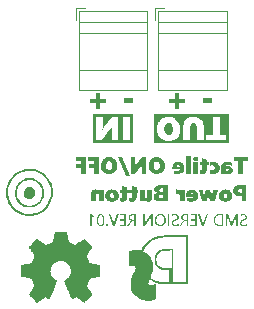
<source format=gbr>
%TF.GenerationSoftware,KiCad,Pcbnew,8.0.5*%
%TF.CreationDate,2024-09-12T13:34:15+03:00*%
%TF.ProjectId,Tactile Power Switch,54616374-696c-4652-9050-6f7765722053,rev?*%
%TF.SameCoordinates,Original*%
%TF.FileFunction,Legend,Bot*%
%TF.FilePolarity,Positive*%
%FSLAX46Y46*%
G04 Gerber Fmt 4.6, Leading zero omitted, Abs format (unit mm)*
G04 Created by KiCad (PCBNEW 8.0.5) date 2024-09-12 13:34:15*
%MOMM*%
%LPD*%
G01*
G04 APERTURE LIST*
%ADD10C,0.150000*%
%ADD11C,0.200000*%
%ADD12C,0.000000*%
%ADD13C,0.120000*%
%ADD14C,0.010000*%
G04 APERTURE END LIST*
D10*
G36*
X129916957Y-64794096D02*
G01*
X129916957Y-64658053D01*
X129874805Y-64686198D01*
X129861025Y-64693224D01*
X129814523Y-64712188D01*
X129792393Y-64719357D01*
X129744844Y-64731359D01*
X129719853Y-64735966D01*
X129670315Y-64741364D01*
X129652442Y-64741828D01*
X129602571Y-64739370D01*
X129549720Y-64729386D01*
X129503760Y-64709532D01*
X129493440Y-64702505D01*
X129459440Y-64664831D01*
X129442774Y-64615709D01*
X129440928Y-64589176D01*
X129449240Y-64539399D01*
X129458513Y-64520055D01*
X129490507Y-64480348D01*
X129506873Y-64466322D01*
X129547465Y-64438093D01*
X129579902Y-64419672D01*
X129623804Y-64396652D01*
X129667958Y-64374072D01*
X129671004Y-64372533D01*
X129714789Y-64349572D01*
X129758795Y-64324764D01*
X129767236Y-64319776D01*
X129808818Y-64291627D01*
X129844661Y-64260914D01*
X129877350Y-64221939D01*
X129896685Y-64187885D01*
X129911359Y-64140549D01*
X129915491Y-64092142D01*
X129910614Y-64040471D01*
X129894452Y-63991317D01*
X129885938Y-63975394D01*
X129856526Y-63935162D01*
X129820008Y-63901663D01*
X129808269Y-63893328D01*
X129763643Y-63868297D01*
X129717684Y-63850747D01*
X129698848Y-63845457D01*
X129648436Y-63835178D01*
X129597218Y-63830139D01*
X129573307Y-63829581D01*
X129521492Y-63831066D01*
X129468053Y-63836554D01*
X129416224Y-63847778D01*
X129369703Y-63866718D01*
X129361060Y-63871835D01*
X129361060Y-64001528D01*
X129407756Y-63972035D01*
X129453700Y-63953142D01*
X129504388Y-63940700D01*
X129559821Y-63934709D01*
X129585031Y-63934117D01*
X129634719Y-63937483D01*
X129660746Y-63941933D01*
X129708655Y-63957412D01*
X129727913Y-63967578D01*
X129766061Y-64000093D01*
X129776029Y-64013496D01*
X129793123Y-64060181D01*
X129794591Y-64081884D01*
X129787399Y-64130780D01*
X129780669Y-64147096D01*
X129750485Y-64187007D01*
X129739148Y-64197166D01*
X129697770Y-64226133D01*
X129671981Y-64240886D01*
X129626632Y-64264635D01*
X129581123Y-64287536D01*
X129535823Y-64310918D01*
X129492673Y-64335328D01*
X129480739Y-64342491D01*
X129438894Y-64370730D01*
X129399937Y-64404046D01*
X129397697Y-64406238D01*
X129363944Y-64445485D01*
X129341032Y-64483663D01*
X129324643Y-64532142D01*
X129320027Y-64580872D01*
X129324046Y-64632300D01*
X129337469Y-64680883D01*
X129348604Y-64703970D01*
X129377275Y-64744442D01*
X129413706Y-64777808D01*
X129425540Y-64786036D01*
X129470707Y-64810239D01*
X129517755Y-64826685D01*
X129537159Y-64831465D01*
X129585416Y-64840097D01*
X129635665Y-64844746D01*
X129670272Y-64845631D01*
X129719719Y-64843013D01*
X129728157Y-64842212D01*
X129778194Y-64835656D01*
X129798255Y-64832198D01*
X129847623Y-64821078D01*
X129865910Y-64815833D01*
X129911939Y-64797053D01*
X129916957Y-64794096D01*
G37*
G36*
X128122993Y-64830000D02*
G01*
X128237787Y-64830000D01*
X128237787Y-64169323D01*
X128236857Y-64117039D01*
X128234429Y-64064111D01*
X128231006Y-64012393D01*
X128228262Y-63977836D01*
X128230949Y-63977836D01*
X128243838Y-64025764D01*
X128260502Y-64073335D01*
X128597069Y-64830000D01*
X128653489Y-64830000D01*
X128989323Y-64078709D01*
X129005766Y-64030563D01*
X129017930Y-63982046D01*
X129018876Y-63977836D01*
X129021563Y-63977836D01*
X129018503Y-64027303D01*
X129016945Y-64080914D01*
X129016320Y-64130786D01*
X129016189Y-64170788D01*
X129016189Y-64830000D01*
X129127320Y-64830000D01*
X129127320Y-63845212D01*
X128974912Y-63845212D01*
X128672540Y-64531779D01*
X128653119Y-64577326D01*
X128635076Y-64624842D01*
X128627355Y-64649993D01*
X128623203Y-64649993D01*
X128605877Y-64603343D01*
X128586776Y-64554751D01*
X128575819Y-64529092D01*
X128267341Y-63845212D01*
X128122993Y-63845212D01*
X128122993Y-64830000D01*
G37*
G36*
X127870935Y-64830000D02*
G01*
X127609839Y-64830000D01*
X127550793Y-64827839D01*
X127494801Y-64821359D01*
X127441861Y-64810559D01*
X127391974Y-64795439D01*
X127345141Y-64775999D01*
X127301360Y-64752239D01*
X127260633Y-64724158D01*
X127222958Y-64691758D01*
X127205449Y-64674097D01*
X127166618Y-64626881D01*
X127134848Y-64575289D01*
X127114515Y-64530863D01*
X127098700Y-64483636D01*
X127087404Y-64433609D01*
X127080626Y-64380780D01*
X127078486Y-64328080D01*
X127199267Y-64328080D01*
X127200954Y-64374239D01*
X127207806Y-64428147D01*
X127219930Y-64477846D01*
X127241437Y-64531928D01*
X127270534Y-64579947D01*
X127307222Y-64621905D01*
X127350636Y-64657098D01*
X127400095Y-64685011D01*
X127445929Y-64702709D01*
X127495961Y-64715350D01*
X127550190Y-64722935D01*
X127608618Y-64725464D01*
X127755652Y-64725464D01*
X127755652Y-63949748D01*
X127601779Y-63949748D01*
X127553037Y-63951226D01*
X127485821Y-63958985D01*
X127425680Y-63973394D01*
X127372614Y-63994454D01*
X127326624Y-64022163D01*
X127287709Y-64056524D01*
X127255870Y-64097534D01*
X127231106Y-64145195D01*
X127213418Y-64199507D01*
X127202804Y-64260468D01*
X127199267Y-64328080D01*
X127078486Y-64328080D01*
X127078367Y-64325150D01*
X127078875Y-64295622D01*
X127082941Y-64239380D01*
X127091074Y-64186886D01*
X127103272Y-64138143D01*
X127129195Y-64072058D01*
X127164266Y-64014409D01*
X127208487Y-63965197D01*
X127261857Y-63924421D01*
X127324375Y-63892081D01*
X127371137Y-63875208D01*
X127421966Y-63862085D01*
X127476860Y-63852711D01*
X127535821Y-63847087D01*
X127598848Y-63845212D01*
X127870935Y-63845212D01*
X127870935Y-64830000D01*
G37*
G36*
X125774842Y-63845212D02*
G01*
X126139497Y-64830000D01*
X126266748Y-64830000D01*
X126623831Y-63845212D01*
X126495359Y-63845212D01*
X126222784Y-64626057D01*
X126209361Y-64675060D01*
X126202756Y-64713251D01*
X126200069Y-64713251D01*
X126190117Y-64664883D01*
X126177355Y-64624591D01*
X125899162Y-63845212D01*
X125774842Y-63845212D01*
G37*
G36*
X125115631Y-64830000D02*
G01*
X125637578Y-64830000D01*
X125637578Y-63845212D01*
X125137613Y-63845212D01*
X125137613Y-63949748D01*
X125522295Y-63949748D01*
X125522295Y-64282896D01*
X125166434Y-64282896D01*
X125166434Y-64386699D01*
X125522295Y-64386699D01*
X125522295Y-64725464D01*
X125115631Y-64725464D01*
X125115631Y-64830000D01*
G37*
G36*
X124929274Y-64830000D02*
G01*
X124813991Y-64830000D01*
X124813991Y-64407948D01*
X124719225Y-64407948D01*
X124711211Y-64408074D01*
X124661095Y-64416008D01*
X124656273Y-64417557D01*
X124612979Y-64441165D01*
X124603207Y-64449231D01*
X124569260Y-64485861D01*
X124551753Y-64509942D01*
X124525296Y-64551807D01*
X124360432Y-64830000D01*
X124223168Y-64830000D01*
X124408060Y-64532023D01*
X124417829Y-64516285D01*
X124444207Y-64475115D01*
X124447234Y-64470537D01*
X124476936Y-64431151D01*
X124511618Y-64397445D01*
X124554361Y-64372288D01*
X124554361Y-64369602D01*
X124509567Y-64355158D01*
X124463991Y-64333210D01*
X124431019Y-64310609D01*
X124395359Y-64276057D01*
X124372879Y-64245002D01*
X124351395Y-64199853D01*
X124339672Y-64155034D01*
X124336524Y-64115589D01*
X124456664Y-64115589D01*
X124458793Y-64147142D01*
X124471807Y-64194235D01*
X124482416Y-64215015D01*
X124513817Y-64253342D01*
X124533332Y-64268638D01*
X124577320Y-64290467D01*
X124608216Y-64298848D01*
X124657431Y-64303412D01*
X124813991Y-64303412D01*
X124813991Y-63949748D01*
X124655966Y-63949748D01*
X124649951Y-63949791D01*
X124599847Y-63954042D01*
X124552697Y-63966922D01*
X124507955Y-63993712D01*
X124483161Y-64021028D01*
X124462725Y-64065925D01*
X124456664Y-64115589D01*
X124336524Y-64115589D01*
X124335764Y-64106064D01*
X124336119Y-64089906D01*
X124342174Y-64041081D01*
X124358478Y-63991758D01*
X124359915Y-63988721D01*
X124385589Y-63946939D01*
X124421493Y-63910181D01*
X124426557Y-63906126D01*
X124468188Y-63879973D01*
X124516259Y-63861332D01*
X124533524Y-63856688D01*
X124584468Y-63847873D01*
X124635205Y-63845212D01*
X124929274Y-63845212D01*
X124929274Y-64830000D01*
G37*
G36*
X124138171Y-64794096D02*
G01*
X124138171Y-64658053D01*
X124096019Y-64686198D01*
X124082240Y-64693224D01*
X124035737Y-64712188D01*
X124013607Y-64719357D01*
X123966058Y-64731359D01*
X123941067Y-64735966D01*
X123891529Y-64741364D01*
X123873656Y-64741828D01*
X123823785Y-64739370D01*
X123770934Y-64729386D01*
X123724975Y-64709532D01*
X123714654Y-64702505D01*
X123680654Y-64664831D01*
X123663988Y-64615709D01*
X123662142Y-64589176D01*
X123670454Y-64539399D01*
X123679727Y-64520055D01*
X123711721Y-64480348D01*
X123728087Y-64466322D01*
X123768679Y-64438093D01*
X123801116Y-64419672D01*
X123845019Y-64396652D01*
X123889172Y-64374072D01*
X123892219Y-64372533D01*
X123936003Y-64349572D01*
X123980010Y-64324764D01*
X123988450Y-64319776D01*
X124030033Y-64291627D01*
X124065875Y-64260914D01*
X124098565Y-64221939D01*
X124117899Y-64187885D01*
X124132573Y-64140549D01*
X124136706Y-64092142D01*
X124131828Y-64040471D01*
X124115666Y-63991317D01*
X124107152Y-63975394D01*
X124077740Y-63935162D01*
X124041222Y-63901663D01*
X124029483Y-63893328D01*
X123984857Y-63868297D01*
X123938898Y-63850747D01*
X123920062Y-63845457D01*
X123869650Y-63835178D01*
X123818432Y-63830139D01*
X123794521Y-63829581D01*
X123742707Y-63831066D01*
X123689267Y-63836554D01*
X123637438Y-63847778D01*
X123590917Y-63866718D01*
X123582274Y-63871835D01*
X123582274Y-64001528D01*
X123628971Y-63972035D01*
X123674914Y-63953142D01*
X123725602Y-63940700D01*
X123781035Y-63934709D01*
X123806245Y-63934117D01*
X123855933Y-63937483D01*
X123881960Y-63941933D01*
X123929869Y-63957412D01*
X123949127Y-63967578D01*
X123987275Y-64000093D01*
X123997243Y-64013496D01*
X124014337Y-64060181D01*
X124015806Y-64081884D01*
X124008613Y-64130780D01*
X124001884Y-64147096D01*
X123971699Y-64187007D01*
X123960362Y-64197166D01*
X123918984Y-64226133D01*
X123893196Y-64240886D01*
X123847847Y-64264635D01*
X123802337Y-64287536D01*
X123757037Y-64310918D01*
X123713887Y-64335328D01*
X123701953Y-64342491D01*
X123660108Y-64370730D01*
X123621151Y-64404046D01*
X123618911Y-64406238D01*
X123585159Y-64445485D01*
X123562247Y-64483663D01*
X123545857Y-64532142D01*
X123541242Y-64580872D01*
X123545260Y-64632300D01*
X123558683Y-64680883D01*
X123569818Y-64703970D01*
X123598489Y-64744442D01*
X123634920Y-64777808D01*
X123646755Y-64786036D01*
X123691921Y-64810239D01*
X123738969Y-64826685D01*
X123758374Y-64831465D01*
X123806631Y-64840097D01*
X123856880Y-64844746D01*
X123891486Y-64845631D01*
X123940934Y-64843013D01*
X123949371Y-64842212D01*
X123999409Y-64835656D01*
X124019469Y-64832198D01*
X124068837Y-64821078D01*
X124087124Y-64815833D01*
X124133153Y-64797053D01*
X124138171Y-64794096D01*
G37*
G36*
X123233251Y-64830000D02*
G01*
X123348534Y-64830000D01*
X123348534Y-63845212D01*
X123233251Y-63845212D01*
X123233251Y-64830000D01*
G37*
G36*
X122616676Y-63831787D02*
G01*
X122667646Y-63838404D01*
X122715716Y-63849433D01*
X122771725Y-63869423D01*
X122823202Y-63896307D01*
X122870147Y-63930083D01*
X122912561Y-63970753D01*
X122928118Y-63988776D01*
X122962619Y-64037121D01*
X122990848Y-64090165D01*
X123008914Y-64135983D01*
X123022966Y-64184809D01*
X123033003Y-64236642D01*
X123039025Y-64291482D01*
X123041032Y-64349330D01*
X123039063Y-64403231D01*
X123033155Y-64454537D01*
X123023309Y-64503248D01*
X123005463Y-64560488D01*
X122981464Y-64613673D01*
X122951310Y-64662803D01*
X122915003Y-64707878D01*
X122882190Y-64740164D01*
X122837504Y-64774468D01*
X122788739Y-64802045D01*
X122735895Y-64822896D01*
X122678973Y-64837021D01*
X122630498Y-64843479D01*
X122579413Y-64845631D01*
X122539967Y-64844403D01*
X122489743Y-64838946D01*
X122430772Y-64825985D01*
X122376036Y-64806202D01*
X122325533Y-64779598D01*
X122279264Y-64746172D01*
X122237229Y-64705924D01*
X122221761Y-64688036D01*
X122187456Y-64639869D01*
X122159388Y-64586776D01*
X122141425Y-64540755D01*
X122127453Y-64491582D01*
X122117474Y-64439257D01*
X122111486Y-64383779D01*
X122110030Y-64341025D01*
X122230390Y-64341025D01*
X122231852Y-64387153D01*
X122237790Y-64441109D01*
X122248295Y-64490951D01*
X122266931Y-64545331D01*
X122292145Y-64593785D01*
X122323935Y-64636315D01*
X122342035Y-64655171D01*
X122381865Y-64687320D01*
X122426539Y-64712049D01*
X122476055Y-64729360D01*
X122530414Y-64739252D01*
X122579413Y-64741828D01*
X122598149Y-64741396D01*
X122651679Y-64734913D01*
X122701189Y-64720650D01*
X122746682Y-64698608D01*
X122788155Y-64668787D01*
X122825610Y-64631186D01*
X122852841Y-64594881D01*
X122879425Y-64546750D01*
X122899363Y-64493638D01*
X122910901Y-64445575D01*
X122917824Y-64394052D01*
X122920132Y-64339071D01*
X122918621Y-64294737D01*
X122912481Y-64242401D01*
X122901619Y-64193486D01*
X122882351Y-64139307D01*
X122856282Y-64090057D01*
X122823412Y-64045736D01*
X122811063Y-64032219D01*
X122771281Y-63996902D01*
X122727395Y-63969434D01*
X122679404Y-63949813D01*
X122627309Y-63938041D01*
X122571109Y-63934117D01*
X122551471Y-63934532D01*
X122495775Y-63940757D01*
X122444905Y-63954453D01*
X122398861Y-63975619D01*
X122357642Y-64004255D01*
X122321249Y-64040362D01*
X122295074Y-64075717D01*
X122269520Y-64123825D01*
X122250354Y-64178133D01*
X122239263Y-64228125D01*
X122232609Y-64282423D01*
X122230390Y-64341025D01*
X122110030Y-64341025D01*
X122109490Y-64325150D01*
X122111440Y-64271145D01*
X122117291Y-64219774D01*
X122127041Y-64171036D01*
X122144714Y-64113817D01*
X122168481Y-64060712D01*
X122198343Y-64011721D01*
X122234298Y-63966845D01*
X122258352Y-63942315D01*
X122301541Y-63906792D01*
X122348607Y-63877972D01*
X122399548Y-63855854D01*
X122454366Y-63840439D01*
X122513059Y-63831726D01*
X122562805Y-63829581D01*
X122616676Y-63831787D01*
G37*
G36*
X121127145Y-64830000D02*
G01*
X121268562Y-64830000D01*
X121775610Y-64045003D01*
X121799589Y-64001132D01*
X121807117Y-63983210D01*
X121811270Y-63983210D01*
X121807240Y-64032791D01*
X121806085Y-64082136D01*
X121805896Y-64118520D01*
X121805896Y-64830000D01*
X121921179Y-64830000D01*
X121921179Y-63845212D01*
X121771458Y-63845212D01*
X121278087Y-64617752D01*
X121251524Y-64660328D01*
X121238276Y-64683698D01*
X121235589Y-64683698D01*
X121240264Y-64635058D01*
X121242101Y-64580771D01*
X121242428Y-64538862D01*
X121242428Y-63845212D01*
X121127145Y-63845212D01*
X121127145Y-64830000D01*
G37*
G36*
X120490893Y-64830000D02*
G01*
X120375610Y-64830000D01*
X120375610Y-64407948D01*
X120280844Y-64407948D01*
X120272830Y-64408074D01*
X120222714Y-64416008D01*
X120217892Y-64417557D01*
X120174598Y-64441165D01*
X120164826Y-64449231D01*
X120130879Y-64485861D01*
X120113372Y-64509942D01*
X120086915Y-64551807D01*
X119922051Y-64830000D01*
X119784787Y-64830000D01*
X119969678Y-64532023D01*
X119979448Y-64516285D01*
X120005826Y-64475115D01*
X120008853Y-64470537D01*
X120038555Y-64431151D01*
X120073237Y-64397445D01*
X120115980Y-64372288D01*
X120115980Y-64369602D01*
X120071186Y-64355158D01*
X120025610Y-64333210D01*
X119992638Y-64310609D01*
X119956978Y-64276057D01*
X119934498Y-64245002D01*
X119913014Y-64199853D01*
X119901290Y-64155034D01*
X119898143Y-64115589D01*
X120018283Y-64115589D01*
X120020412Y-64147142D01*
X120033426Y-64194235D01*
X120044035Y-64215015D01*
X120075436Y-64253342D01*
X120094951Y-64268638D01*
X120138939Y-64290467D01*
X120169835Y-64298848D01*
X120219050Y-64303412D01*
X120375610Y-64303412D01*
X120375610Y-63949748D01*
X120217585Y-63949748D01*
X120211570Y-63949791D01*
X120161466Y-63954042D01*
X120114316Y-63966922D01*
X120069574Y-63993712D01*
X120044780Y-64021028D01*
X120024344Y-64065925D01*
X120018283Y-64115589D01*
X119898143Y-64115589D01*
X119897383Y-64106064D01*
X119897738Y-64089906D01*
X119903793Y-64041081D01*
X119920097Y-63991758D01*
X119921534Y-63988721D01*
X119947208Y-63946939D01*
X119983112Y-63910181D01*
X119988176Y-63906126D01*
X120029807Y-63879973D01*
X120077878Y-63861332D01*
X120095143Y-63856688D01*
X120146087Y-63847873D01*
X120196824Y-63845212D01*
X120490893Y-63845212D01*
X120490893Y-64830000D01*
G37*
G36*
X119131681Y-64830000D02*
G01*
X119653628Y-64830000D01*
X119653628Y-63845212D01*
X119153663Y-63845212D01*
X119153663Y-63949748D01*
X119538346Y-63949748D01*
X119538346Y-64282896D01*
X119182484Y-64282896D01*
X119182484Y-64386699D01*
X119538346Y-64386699D01*
X119538346Y-64725464D01*
X119131681Y-64725464D01*
X119131681Y-64830000D01*
G37*
G36*
X118213084Y-63845212D02*
G01*
X118577739Y-64830000D01*
X118704989Y-64830000D01*
X119062072Y-63845212D01*
X118933600Y-63845212D01*
X118661025Y-64626057D01*
X118647602Y-64675060D01*
X118640997Y-64713251D01*
X118638311Y-64713251D01*
X118628359Y-64664883D01*
X118615596Y-64624591D01*
X118337404Y-63845212D01*
X118213084Y-63845212D01*
G37*
G36*
X118051884Y-64845631D02*
G01*
X118098619Y-64829286D01*
X118105861Y-64822672D01*
X118127545Y-64777496D01*
X118128087Y-64767718D01*
X118112264Y-64720223D01*
X118105861Y-64712763D01*
X118061509Y-64689888D01*
X118051884Y-64689316D01*
X118004260Y-64706008D01*
X117996929Y-64712763D01*
X117974769Y-64758004D01*
X117974214Y-64767718D01*
X117990385Y-64815277D01*
X117996929Y-64822672D01*
X118042041Y-64845071D01*
X118051884Y-64845631D01*
G37*
G36*
X117559716Y-63832896D02*
G01*
X117609029Y-63844202D01*
X117654012Y-63863531D01*
X117690830Y-63887969D01*
X117726811Y-63922290D01*
X117758060Y-63964403D01*
X117770622Y-63986021D01*
X117792814Y-64033944D01*
X117809442Y-64082418D01*
X117821563Y-64129755D01*
X117825404Y-64148521D01*
X117833800Y-64201144D01*
X117838942Y-64250269D01*
X117842028Y-64302270D01*
X117843056Y-64357145D01*
X117842074Y-64407174D01*
X117838548Y-64461259D01*
X117832457Y-64512046D01*
X117822540Y-64565240D01*
X117819870Y-64576457D01*
X117806016Y-64624218D01*
X117787087Y-64672075D01*
X117761967Y-64718381D01*
X117740932Y-64747659D01*
X117705143Y-64784593D01*
X117664270Y-64813147D01*
X117630297Y-64828850D01*
X117581033Y-64841793D01*
X117531891Y-64845631D01*
X117489142Y-64842946D01*
X117440567Y-64832369D01*
X117392184Y-64811681D01*
X117355600Y-64787410D01*
X117319710Y-64753658D01*
X117288381Y-64712519D01*
X117278130Y-64695689D01*
X117255242Y-64649540D01*
X117237987Y-64603031D01*
X117223900Y-64551807D01*
X117221179Y-64539790D01*
X117212051Y-64489530D01*
X117205731Y-64435758D01*
X117202505Y-64385828D01*
X117201655Y-64344200D01*
X117316957Y-64344200D01*
X117317156Y-64369130D01*
X117320144Y-64439169D01*
X117326716Y-64502086D01*
X117336873Y-64557880D01*
X117355993Y-64621192D01*
X117381486Y-64671842D01*
X117413352Y-64709829D01*
X117462147Y-64739507D01*
X117520900Y-64749399D01*
X117545951Y-64747845D01*
X117601508Y-64730361D01*
X117646963Y-64693449D01*
X117676055Y-64649931D01*
X117698682Y-64593981D01*
X117711409Y-64543858D01*
X117720500Y-64486742D01*
X117725955Y-64422632D01*
X117727773Y-64351528D01*
X117727567Y-64325291D01*
X117725919Y-64275317D01*
X117720355Y-64206602D01*
X117711081Y-64145383D01*
X117698098Y-64091661D01*
X117681405Y-64045435D01*
X117653379Y-63995460D01*
X117618757Y-63958812D01*
X117566207Y-63931743D01*
X117516748Y-63925080D01*
X117459191Y-63935312D01*
X117411389Y-63966010D01*
X117380172Y-64005302D01*
X117355198Y-64057692D01*
X117340565Y-64105580D01*
X117329444Y-64160835D01*
X117321835Y-64223458D01*
X117317737Y-64293448D01*
X117316957Y-64344200D01*
X117201655Y-64344200D01*
X117201430Y-64333210D01*
X117202640Y-64272223D01*
X117206269Y-64215172D01*
X117212318Y-64162054D01*
X117220786Y-64112872D01*
X117238025Y-64046476D01*
X117260709Y-63988932D01*
X117288836Y-63940241D01*
X117322407Y-63900404D01*
X117361422Y-63869419D01*
X117405880Y-63847286D01*
X117455783Y-63834007D01*
X117511130Y-63829581D01*
X117559716Y-63832896D01*
G37*
G36*
X116650662Y-64830000D02*
G01*
X116763258Y-64830000D01*
X116763258Y-63978569D01*
X116801360Y-64008611D01*
X116844395Y-64034794D01*
X116857780Y-64042072D01*
X116902383Y-64063649D01*
X116923726Y-64072847D01*
X116970606Y-64089659D01*
X116991381Y-64095317D01*
X116991381Y-63981500D01*
X116943258Y-63966521D01*
X116912735Y-63954877D01*
X116866410Y-63934759D01*
X116830914Y-63917508D01*
X116787044Y-63893534D01*
X116754954Y-63874033D01*
X116714101Y-63846021D01*
X116693161Y-63829581D01*
X116650662Y-63829581D01*
X116650662Y-64830000D01*
G37*
G36*
X129167034Y-59359560D02*
G01*
X129167034Y-60410000D01*
X129584542Y-60410000D01*
X129584542Y-59359560D01*
X129970251Y-59359560D01*
X129970251Y-59031297D01*
X128776538Y-59031297D01*
X128776538Y-59359560D01*
X129167034Y-59359560D01*
G37*
G36*
X128275571Y-59405995D02*
G01*
X128346706Y-59413995D01*
X128418527Y-59425896D01*
X128482847Y-59439426D01*
X128552792Y-59458755D01*
X128618220Y-59483342D01*
X128618220Y-59753475D01*
X128550011Y-59716289D01*
X128483100Y-59686796D01*
X128417488Y-59664998D01*
X128342581Y-59649290D01*
X128269441Y-59644054D01*
X128218791Y-59648382D01*
X128153182Y-59674829D01*
X128136261Y-59689111D01*
X128109755Y-59753475D01*
X128353900Y-59785617D01*
X128437489Y-59801095D01*
X128509932Y-59824278D01*
X128584813Y-59864090D01*
X128642280Y-59915940D01*
X128682333Y-59979829D01*
X128704971Y-60055755D01*
X128710544Y-60125163D01*
X128709853Y-60150890D01*
X128699484Y-60222120D01*
X128673371Y-60290795D01*
X128631898Y-60348450D01*
X128616555Y-60363361D01*
X128557731Y-60402470D01*
X128487086Y-60425284D01*
X128413398Y-60431884D01*
X128352882Y-60427609D01*
X128276659Y-60407264D01*
X128210352Y-60370163D01*
X128153960Y-60316308D01*
X128113517Y-60256810D01*
X128109755Y-60256810D01*
X128109755Y-60410000D01*
X127735673Y-60410000D01*
X127735673Y-59989755D01*
X128109755Y-59989755D01*
X128118546Y-60057325D01*
X128149762Y-60119009D01*
X128186053Y-60151553D01*
X128253712Y-60169274D01*
X128262370Y-60169036D01*
X128326545Y-60142260D01*
X128329609Y-60138782D01*
X128351849Y-60072505D01*
X128350938Y-60057374D01*
X128315323Y-59996167D01*
X128248241Y-59970607D01*
X128109755Y-59950432D01*
X128109755Y-59989755D01*
X127735673Y-59989755D01*
X127735673Y-59867683D01*
X127735783Y-59852179D01*
X127739652Y-59778857D01*
X127751589Y-59700105D01*
X127771484Y-59631428D01*
X127804754Y-59564036D01*
X127848855Y-59510355D01*
X127863500Y-59497395D01*
X127923255Y-59458619D01*
X127996231Y-59430085D01*
X128069305Y-59413780D01*
X128137619Y-59405941D01*
X128212679Y-59403328D01*
X128275571Y-59405995D01*
G37*
G36*
X126744389Y-60380593D02*
G01*
X126811308Y-60405757D01*
X126868513Y-60417522D01*
X126941482Y-60426821D01*
X127010012Y-60430986D01*
X127063761Y-60431884D01*
X127139650Y-60427973D01*
X127211393Y-60416240D01*
X127278991Y-60396685D01*
X127342442Y-60369309D01*
X127406945Y-60329969D01*
X127462739Y-60282731D01*
X127509824Y-60227595D01*
X127532219Y-60193551D01*
X127564781Y-60127696D01*
X127586687Y-60057458D01*
X127597936Y-59982839D01*
X127599581Y-59939490D01*
X127596161Y-59868061D01*
X127583878Y-59792119D01*
X127562662Y-59722245D01*
X127532512Y-59658441D01*
X127528115Y-59650893D01*
X127488408Y-59594259D01*
X127441092Y-59544720D01*
X127386168Y-59502277D01*
X127323635Y-59466929D01*
X127254499Y-59439104D01*
X127180106Y-59419228D01*
X127110699Y-59408359D01*
X127037267Y-59403577D01*
X127015547Y-59403328D01*
X126946272Y-59405059D01*
X126877519Y-59410842D01*
X126843210Y-59415638D01*
X126774243Y-59430292D01*
X126744389Y-59443335D01*
X126744389Y-59753475D01*
X126808962Y-59728940D01*
X126832951Y-59723042D01*
X126901713Y-59711582D01*
X126939637Y-59709706D01*
X127009187Y-59715083D01*
X127077660Y-59735727D01*
X127122233Y-59764759D01*
X127164541Y-59821438D01*
X127182613Y-59889306D01*
X127184124Y-59919316D01*
X127174079Y-59991772D01*
X127140793Y-60053519D01*
X127123258Y-60071479D01*
X127060932Y-60108411D01*
X126993548Y-60123606D01*
X126955024Y-60125505D01*
X126885233Y-60121231D01*
X126812629Y-60106656D01*
X126744389Y-60081737D01*
X126744389Y-60380593D01*
G37*
G36*
X125892958Y-60395980D02*
G01*
X125961998Y-60415966D01*
X125984598Y-60420258D01*
X126054439Y-60428977D01*
X126126350Y-60431838D01*
X126137445Y-60431884D01*
X126208694Y-60427400D01*
X126281426Y-60411297D01*
X126344882Y-60383482D01*
X126405184Y-60338192D01*
X126451962Y-60279023D01*
X126480691Y-60215892D01*
X126497323Y-60142846D01*
X126501953Y-60070795D01*
X126501953Y-59709706D01*
X126656510Y-59709706D01*
X126656510Y-59425212D01*
X126501953Y-59425212D01*
X126501953Y-59230990D01*
X126097780Y-59118834D01*
X126097780Y-59425212D01*
X125892958Y-59425212D01*
X125892958Y-59709706D01*
X126097780Y-59709706D01*
X126097780Y-59998646D01*
X126085618Y-60070872D01*
X126034961Y-60119435D01*
X125994856Y-60125505D01*
X125925977Y-60125505D01*
X125892958Y-60125505D01*
X125892958Y-60395980D01*
G37*
G36*
X125336280Y-59160209D02*
G01*
X125348323Y-59231586D01*
X125384451Y-59290135D01*
X125399197Y-59304508D01*
X125461907Y-59342141D01*
X125533851Y-59358216D01*
X125565038Y-59359560D01*
X125635082Y-59351530D01*
X125699460Y-59324706D01*
X125729169Y-59302456D01*
X125772880Y-59246955D01*
X125792113Y-59180982D01*
X125793112Y-59160209D01*
X125781266Y-59090561D01*
X125742281Y-59030029D01*
X125731221Y-59019672D01*
X125668782Y-58982739D01*
X125596504Y-58966964D01*
X125565038Y-58965645D01*
X125493471Y-58973242D01*
X125428638Y-58998620D01*
X125399197Y-59019672D01*
X125356187Y-59072994D01*
X125337263Y-59139014D01*
X125336280Y-59160209D01*
G37*
G36*
X125769860Y-60410000D02*
G01*
X125769860Y-59425212D01*
X125360216Y-59425212D01*
X125360216Y-60410000D01*
X125769860Y-60410000D01*
G37*
G36*
X125166678Y-60410000D02*
G01*
X125166678Y-58943761D01*
X124757034Y-58943761D01*
X124757034Y-60410000D01*
X125166678Y-60410000D01*
G37*
G36*
X124157741Y-59407624D02*
G01*
X124227540Y-59420511D01*
X124294175Y-59441989D01*
X124357648Y-59472058D01*
X124394745Y-59494707D01*
X124454074Y-59541911D01*
X124503827Y-59597393D01*
X124544005Y-59661151D01*
X124571531Y-59723683D01*
X124591193Y-59790917D01*
X124602990Y-59862853D01*
X124606922Y-59939490D01*
X124606362Y-59967870D01*
X124597967Y-60048377D01*
X124579499Y-60121935D01*
X124550956Y-60188545D01*
X124512340Y-60248207D01*
X124463649Y-60300921D01*
X124416080Y-60338649D01*
X124351613Y-60375483D01*
X124279093Y-60403108D01*
X124212506Y-60419094D01*
X124140327Y-60428686D01*
X124062554Y-60431884D01*
X123985032Y-60429732D01*
X123911982Y-60423276D01*
X123843405Y-60412517D01*
X123769050Y-60394526D01*
X123700781Y-60370676D01*
X123700781Y-60103621D01*
X123765686Y-60132344D01*
X123832513Y-60152861D01*
X123901265Y-60165170D01*
X123971939Y-60169274D01*
X123997040Y-60168729D01*
X124069909Y-60159430D01*
X124137438Y-60134396D01*
X124179703Y-60101656D01*
X124210614Y-60037969D01*
X123601960Y-60037969D01*
X123601960Y-59883754D01*
X123603338Y-59839447D01*
X123605882Y-59819127D01*
X123964417Y-59819127D01*
X124212665Y-59819127D01*
X124202081Y-59755968D01*
X124172316Y-59692267D01*
X124151565Y-59668961D01*
X124086489Y-59644054D01*
X124057879Y-59646789D01*
X123998869Y-59682522D01*
X123970258Y-59750910D01*
X123964417Y-59819127D01*
X123605882Y-59819127D01*
X123612760Y-59764196D01*
X123631107Y-59694734D01*
X123658381Y-59631060D01*
X123665596Y-59617742D01*
X123707844Y-59556800D01*
X123760377Y-59505276D01*
X123823196Y-59463168D01*
X123872879Y-59439851D01*
X123942960Y-59418288D01*
X124011113Y-59407068D01*
X124084780Y-59403328D01*
X124157741Y-59407624D01*
G37*
G36*
X122279250Y-59009771D02*
G01*
X122353858Y-59015141D01*
X122425365Y-59026954D01*
X122493770Y-59045210D01*
X122559074Y-59069910D01*
X122621277Y-59101053D01*
X122679275Y-59138099D01*
X122740560Y-59188095D01*
X122794971Y-59245389D01*
X122836140Y-59300307D01*
X122872260Y-59360586D01*
X122883068Y-59381737D01*
X122911306Y-59447161D01*
X122933269Y-59515542D01*
X122948957Y-59586880D01*
X122958369Y-59661176D01*
X122961507Y-59738429D01*
X122958405Y-59812116D01*
X122949101Y-59882894D01*
X122933593Y-59950762D01*
X122907661Y-60026265D01*
X122873286Y-60097808D01*
X122850045Y-60136367D01*
X122804076Y-60198523D01*
X122751366Y-60253905D01*
X122691915Y-60302513D01*
X122625722Y-60344347D01*
X122554340Y-60378456D01*
X122479620Y-60404187D01*
X122412918Y-60419574D01*
X122343763Y-60428806D01*
X122272156Y-60431884D01*
X122247389Y-60431530D01*
X122174917Y-60426220D01*
X122105185Y-60414540D01*
X122038194Y-60396488D01*
X121973944Y-60372064D01*
X121912435Y-60341270D01*
X121863957Y-60311175D01*
X121801951Y-60263067D01*
X121746784Y-60207989D01*
X121698457Y-60145940D01*
X121662477Y-60087208D01*
X121651628Y-60066565D01*
X121623282Y-60002599D01*
X121601235Y-59935580D01*
X121585487Y-59865508D01*
X121576038Y-59792382D01*
X121573398Y-59728513D01*
X122013307Y-59728513D01*
X122014829Y-59774945D01*
X122024518Y-59847842D01*
X122045108Y-59917264D01*
X122049184Y-59927037D01*
X122083405Y-59987447D01*
X122134696Y-60039337D01*
X122195818Y-60071137D01*
X122264291Y-60081737D01*
X122271637Y-60081645D01*
X122339771Y-60070545D01*
X122403534Y-60036968D01*
X122451332Y-59987020D01*
X122481402Y-59934853D01*
X122504961Y-59865078D01*
X122516773Y-59793201D01*
X122520062Y-59722700D01*
X122518376Y-59670444D01*
X122508663Y-59594822D01*
X122487415Y-59521498D01*
X122450990Y-59454619D01*
X122446599Y-59448771D01*
X122396804Y-59400498D01*
X122329687Y-59368843D01*
X122257452Y-59359560D01*
X122185102Y-59371237D01*
X122124145Y-59406268D01*
X122078618Y-59458381D01*
X122050044Y-59512322D01*
X122027658Y-59583836D01*
X122016432Y-59657033D01*
X122013307Y-59728513D01*
X121573398Y-59728513D01*
X121572889Y-59716203D01*
X121573221Y-59690601D01*
X121578210Y-59615844D01*
X121589185Y-59544165D01*
X121606148Y-59475563D01*
X121629096Y-59410039D01*
X121658032Y-59347592D01*
X121680429Y-59308077D01*
X121724972Y-59244581D01*
X121776321Y-59188285D01*
X121834478Y-59139189D01*
X121899441Y-59097292D01*
X121969804Y-59063050D01*
X122044159Y-59037219D01*
X122111070Y-59021771D01*
X122180914Y-59012503D01*
X122253691Y-59009413D01*
X122279250Y-59009771D01*
G37*
G36*
X120421919Y-60410000D02*
G01*
X120908499Y-59742875D01*
X120948859Y-59685797D01*
X120988409Y-59624677D01*
X121002875Y-59600286D01*
X121006636Y-59600286D01*
X121003326Y-59673525D01*
X121001510Y-59745226D01*
X121000846Y-59813925D01*
X121000823Y-59829727D01*
X121000823Y-60410000D01*
X121385505Y-60410000D01*
X121385505Y-59031297D01*
X120992958Y-59031297D01*
X120526552Y-59665254D01*
X120505694Y-59695345D01*
X120480732Y-59730907D01*
X120457138Y-59766468D01*
X120440041Y-59797243D01*
X120436280Y-59797243D01*
X120441134Y-59725194D01*
X120442093Y-59650893D01*
X120442093Y-59031297D01*
X120057411Y-59031297D01*
X120057411Y-60410000D01*
X120421919Y-60410000D01*
G37*
G36*
X119635115Y-60628841D02*
G01*
X119995861Y-60628841D01*
X119314033Y-59031297D01*
X118953286Y-59031297D01*
X119635115Y-60628841D01*
G37*
G36*
X118245726Y-59009771D02*
G01*
X118320334Y-59015141D01*
X118391841Y-59026954D01*
X118460246Y-59045210D01*
X118525550Y-59069910D01*
X118587752Y-59101053D01*
X118645751Y-59138099D01*
X118707035Y-59188095D01*
X118761447Y-59245389D01*
X118802616Y-59300307D01*
X118838736Y-59360586D01*
X118849544Y-59381737D01*
X118877782Y-59447161D01*
X118899745Y-59515542D01*
X118915432Y-59586880D01*
X118924845Y-59661176D01*
X118927983Y-59738429D01*
X118924881Y-59812116D01*
X118915577Y-59882894D01*
X118900069Y-59950762D01*
X118874137Y-60026265D01*
X118839762Y-60097808D01*
X118816521Y-60136367D01*
X118770552Y-60198523D01*
X118717842Y-60253905D01*
X118658390Y-60302513D01*
X118592198Y-60344347D01*
X118520816Y-60378456D01*
X118446096Y-60404187D01*
X118379393Y-60419574D01*
X118310239Y-60428806D01*
X118238632Y-60431884D01*
X118213865Y-60431530D01*
X118141393Y-60426220D01*
X118071661Y-60414540D01*
X118004670Y-60396488D01*
X117940420Y-60372064D01*
X117878911Y-60341270D01*
X117830433Y-60311175D01*
X117768427Y-60263067D01*
X117713260Y-60207989D01*
X117664933Y-60145940D01*
X117628953Y-60087208D01*
X117618104Y-60066565D01*
X117589758Y-60002599D01*
X117567711Y-59935580D01*
X117551963Y-59865508D01*
X117542514Y-59792382D01*
X117539873Y-59728513D01*
X117979783Y-59728513D01*
X117981305Y-59774945D01*
X117990994Y-59847842D01*
X118011584Y-59917264D01*
X118015660Y-59927037D01*
X118049881Y-59987447D01*
X118101172Y-60039337D01*
X118162294Y-60071137D01*
X118230767Y-60081737D01*
X118238113Y-60081645D01*
X118306247Y-60070545D01*
X118370010Y-60036968D01*
X118417808Y-59987020D01*
X118447878Y-59934853D01*
X118471436Y-59865078D01*
X118483249Y-59793201D01*
X118486538Y-59722700D01*
X118484852Y-59670444D01*
X118475139Y-59594822D01*
X118453891Y-59521498D01*
X118417466Y-59454619D01*
X118413075Y-59448771D01*
X118363280Y-59400498D01*
X118296163Y-59368843D01*
X118223928Y-59359560D01*
X118151578Y-59371237D01*
X118090621Y-59406268D01*
X118045094Y-59458381D01*
X118016520Y-59512322D01*
X117994134Y-59583836D01*
X117982908Y-59657033D01*
X117979783Y-59728513D01*
X117539873Y-59728513D01*
X117539364Y-59716203D01*
X117539697Y-59690601D01*
X117544686Y-59615844D01*
X117555661Y-59544165D01*
X117572623Y-59475563D01*
X117595572Y-59410039D01*
X117624508Y-59347592D01*
X117646905Y-59308077D01*
X117691448Y-59244581D01*
X117742797Y-59188285D01*
X117800954Y-59139189D01*
X117865917Y-59097292D01*
X117936280Y-59063050D01*
X118010635Y-59037219D01*
X118077546Y-59021771D01*
X118147390Y-59012503D01*
X118220167Y-59009413D01*
X118245726Y-59009771D01*
G37*
G36*
X116936524Y-59359560D02*
G01*
X116936524Y-59600286D01*
X116526880Y-59600286D01*
X116526880Y-59928548D01*
X116936524Y-59928548D01*
X116936524Y-60410000D01*
X117351981Y-60410000D01*
X117351981Y-59031297D01*
X116487557Y-59031297D01*
X116487557Y-59359560D01*
X116936524Y-59359560D01*
G37*
G36*
X115876510Y-59359560D02*
G01*
X115876510Y-59600286D01*
X115466866Y-59600286D01*
X115466866Y-59928548D01*
X115876510Y-59928548D01*
X115876510Y-60410000D01*
X116291967Y-60410000D01*
X116291967Y-59031297D01*
X115427543Y-59031297D01*
X115427543Y-59359560D01*
X115876510Y-59359560D01*
G37*
G36*
X129864249Y-62762000D02*
G01*
X129448792Y-62762000D01*
X129448792Y-62324316D01*
X129321933Y-62324316D01*
X129300090Y-62324080D01*
X129226312Y-62319529D01*
X129156690Y-62309185D01*
X129082211Y-62290272D01*
X129013161Y-62263793D01*
X128973195Y-62243669D01*
X128908788Y-62201345D01*
X128854063Y-62151177D01*
X128809023Y-62093165D01*
X128784619Y-62050746D01*
X128757481Y-61982879D01*
X128741703Y-61909928D01*
X128738125Y-61854833D01*
X129176608Y-61854833D01*
X129185166Y-61918386D01*
X129221317Y-61977162D01*
X129285760Y-62010133D01*
X129355443Y-62017938D01*
X129448792Y-62017938D01*
X129448792Y-61689676D01*
X129369804Y-61689676D01*
X129363908Y-61689716D01*
X129290829Y-61698842D01*
X129225847Y-61731392D01*
X129187427Y-61787007D01*
X129176608Y-61854833D01*
X128738125Y-61854833D01*
X128737215Y-61840813D01*
X128737347Y-61826252D01*
X128741964Y-61757073D01*
X128756209Y-61682035D01*
X128779951Y-61615702D01*
X128819653Y-61549313D01*
X128872281Y-61494770D01*
X128928425Y-61456887D01*
X128995556Y-61426841D01*
X129073675Y-61404634D01*
X129147167Y-61392115D01*
X129228289Y-61385039D01*
X129298681Y-61383297D01*
X129864249Y-61383297D01*
X129864249Y-62762000D01*
G37*
G36*
X128102173Y-61755388D02*
G01*
X128173805Y-61759154D01*
X128251062Y-61770630D01*
X128323404Y-61789757D01*
X128390830Y-61816535D01*
X128429884Y-61836982D01*
X128492903Y-61880433D01*
X128546563Y-61932431D01*
X128590865Y-61992976D01*
X128621533Y-62052987D01*
X128643438Y-62118127D01*
X128656581Y-62188395D01*
X128660963Y-62263793D01*
X128659649Y-62308519D01*
X128651623Y-62378963D01*
X128632361Y-62456729D01*
X128602592Y-62527113D01*
X128562317Y-62590117D01*
X128511535Y-62645740D01*
X128461843Y-62685537D01*
X128394588Y-62724390D01*
X128319014Y-62753530D01*
X128249681Y-62770393D01*
X128174571Y-62780511D01*
X128093684Y-62783884D01*
X128012091Y-62780428D01*
X127936358Y-62770059D01*
X127866486Y-62752778D01*
X127802474Y-62728586D01*
X127733396Y-62690430D01*
X127672756Y-62642321D01*
X127637493Y-62605188D01*
X127593415Y-62543278D01*
X127559916Y-62473915D01*
X127536995Y-62397099D01*
X127525976Y-62327392D01*
X127522419Y-62254903D01*
X127937759Y-62254903D01*
X127937908Y-62268598D01*
X127945024Y-62341639D01*
X127966819Y-62407072D01*
X128016191Y-62459897D01*
X128089581Y-62477505D01*
X128099174Y-62477297D01*
X128171807Y-62456668D01*
X128219772Y-62402284D01*
X128240024Y-62336648D01*
X128245505Y-62264135D01*
X128238142Y-62185259D01*
X128211695Y-62118837D01*
X128158952Y-62074358D01*
X128091632Y-62061706D01*
X128031676Y-62070951D01*
X127971569Y-62116231D01*
X127945123Y-62179624D01*
X127937759Y-62254903D01*
X127522419Y-62254903D01*
X127522302Y-62252509D01*
X127523980Y-62209144D01*
X127535458Y-62134410D01*
X127557808Y-62063950D01*
X127591032Y-61997764D01*
X127618910Y-61956703D01*
X127668615Y-61901738D01*
X127727787Y-61854726D01*
X127788332Y-61819613D01*
X127804543Y-61811828D01*
X127873049Y-61785713D01*
X127947410Y-61767633D01*
X128017280Y-61758404D01*
X128091632Y-61755328D01*
X128102173Y-61755388D01*
G37*
G36*
X126098464Y-62762000D02*
G01*
X126524521Y-62762000D01*
X126622658Y-62280890D01*
X126635047Y-62208755D01*
X126640622Y-62140038D01*
X126640781Y-62127359D01*
X126646594Y-62127359D01*
X126654544Y-62196057D01*
X126665807Y-62266051D01*
X126667794Y-62275077D01*
X126774480Y-62762000D01*
X127199853Y-62762000D01*
X127460411Y-61777212D01*
X127048715Y-61777212D01*
X126964256Y-62349620D01*
X126949553Y-62477505D01*
X126943740Y-62477505D01*
X126935565Y-62406259D01*
X126926643Y-62345859D01*
X126800467Y-61777212D01*
X126409972Y-61777212D01*
X126301235Y-62346200D01*
X126292686Y-62414247D01*
X126287899Y-62475796D01*
X126282086Y-62475796D01*
X126279351Y-62448099D01*
X126191814Y-61777212D01*
X125823545Y-61777212D01*
X126098464Y-62762000D01*
G37*
G36*
X125313498Y-61759624D02*
G01*
X125383297Y-61772511D01*
X125449932Y-61793989D01*
X125513405Y-61824058D01*
X125550502Y-61846707D01*
X125609831Y-61893911D01*
X125659584Y-61949393D01*
X125699762Y-62013151D01*
X125727288Y-62075683D01*
X125746950Y-62142917D01*
X125758747Y-62214853D01*
X125762679Y-62291490D01*
X125762120Y-62319870D01*
X125753725Y-62400377D01*
X125735256Y-62473935D01*
X125706713Y-62540545D01*
X125668097Y-62600207D01*
X125619406Y-62652921D01*
X125571837Y-62690649D01*
X125507371Y-62727483D01*
X125434850Y-62755108D01*
X125368263Y-62771094D01*
X125296084Y-62780686D01*
X125218311Y-62783884D01*
X125140789Y-62781732D01*
X125067740Y-62775276D01*
X124999162Y-62764517D01*
X124924807Y-62746526D01*
X124856538Y-62722676D01*
X124856538Y-62455621D01*
X124921443Y-62484344D01*
X124988271Y-62504861D01*
X125057022Y-62517170D01*
X125127697Y-62521274D01*
X125152797Y-62520729D01*
X125225666Y-62511430D01*
X125293196Y-62486396D01*
X125335460Y-62453656D01*
X125366371Y-62389969D01*
X124757718Y-62389969D01*
X124757718Y-62235754D01*
X124759095Y-62191447D01*
X124761639Y-62171127D01*
X125120174Y-62171127D01*
X125368422Y-62171127D01*
X125357838Y-62107968D01*
X125328073Y-62044267D01*
X125307322Y-62020961D01*
X125242247Y-61996054D01*
X125213636Y-61998789D01*
X125154626Y-62034522D01*
X125126015Y-62102910D01*
X125120174Y-62171127D01*
X124761639Y-62171127D01*
X124768517Y-62116196D01*
X124786864Y-62046734D01*
X124814138Y-61983060D01*
X124821353Y-61969742D01*
X124863601Y-61908800D01*
X124916135Y-61857276D01*
X124978953Y-61815168D01*
X125028636Y-61791851D01*
X125098717Y-61770288D01*
X125166870Y-61759068D01*
X125240537Y-61755328D01*
X125313498Y-61759624D01*
G37*
G36*
X123881667Y-62127359D02*
G01*
X123944242Y-62097268D01*
X124009553Y-62083591D01*
X124078579Y-62092054D01*
X124141060Y-62123320D01*
X124184103Y-62177624D01*
X124207706Y-62254967D01*
X124212665Y-62324316D01*
X124212665Y-62762000D01*
X124622309Y-62762000D01*
X124622309Y-61777212D01*
X124212665Y-61777212D01*
X124212665Y-61952286D01*
X124208904Y-61952286D01*
X124176270Y-61886457D01*
X124130932Y-61829793D01*
X124102219Y-61805593D01*
X124042039Y-61773049D01*
X123974297Y-61757095D01*
X123940481Y-61755328D01*
X123881667Y-61766954D01*
X123881667Y-62127359D01*
G37*
G36*
X123186845Y-62762000D02*
G01*
X122558018Y-62762000D01*
X122493765Y-62760279D01*
X122418829Y-62753290D01*
X122349870Y-62740925D01*
X122275009Y-62718990D01*
X122208755Y-62689313D01*
X122151109Y-62651895D01*
X122110130Y-62615225D01*
X122064427Y-62556285D01*
X122032338Y-62488477D01*
X122013863Y-62411801D01*
X122009073Y-62342097D01*
X122450307Y-62342097D01*
X122457231Y-62385534D01*
X122499546Y-62441260D01*
X122561536Y-62469541D01*
X122632903Y-62477505D01*
X122771388Y-62477505D01*
X122771388Y-62214896D01*
X122607941Y-62214896D01*
X122558541Y-62219944D01*
X122493733Y-62250799D01*
X122470832Y-62275142D01*
X122450307Y-62342097D01*
X122009073Y-62342097D01*
X122008862Y-62339020D01*
X122009235Y-62325024D01*
X122022278Y-62256397D01*
X122051263Y-62194379D01*
X122065282Y-62173148D01*
X122113865Y-62119741D01*
X122171284Y-62078120D01*
X122211526Y-62056898D01*
X122276617Y-62033320D01*
X122347383Y-62019648D01*
X122347383Y-62015886D01*
X122326482Y-62011334D01*
X122256694Y-61988334D01*
X122192142Y-61954337D01*
X122187753Y-61951502D01*
X122130422Y-61905525D01*
X122086824Y-61849362D01*
X122065233Y-61796703D01*
X122493733Y-61796703D01*
X122498945Y-61834786D01*
X122537843Y-61893130D01*
X122581283Y-61918609D01*
X122651367Y-61930401D01*
X122771388Y-61930401D01*
X122771388Y-61667792D01*
X122694452Y-61667792D01*
X122647408Y-61669806D01*
X122572139Y-61685920D01*
X122513334Y-61728722D01*
X122493733Y-61796703D01*
X122065233Y-61796703D01*
X122060922Y-61786188D01*
X122052288Y-61717031D01*
X122060869Y-61638812D01*
X122086611Y-61571023D01*
X122129513Y-61513662D01*
X122189577Y-61466731D01*
X122266802Y-61430229D01*
X122335983Y-61409696D01*
X122414817Y-61395030D01*
X122503304Y-61386231D01*
X122601444Y-61383297D01*
X123186845Y-61383297D01*
X123186845Y-62762000D01*
G37*
G36*
X121243258Y-62762000D02*
G01*
X121243258Y-62608810D01*
X121247020Y-62608810D01*
X121289702Y-62662713D01*
X121339002Y-62711050D01*
X121397121Y-62748385D01*
X121431325Y-62763709D01*
X121498426Y-62780554D01*
X121551004Y-62783884D01*
X121627065Y-62777344D01*
X121693508Y-62757725D01*
X121756761Y-62720020D01*
X121797543Y-62679250D01*
X121834494Y-62620693D01*
X121860887Y-62549655D01*
X121875321Y-62477258D01*
X121881260Y-62407599D01*
X121882002Y-62370136D01*
X121882002Y-61777212D01*
X121472358Y-61777212D01*
X121472358Y-62333891D01*
X121463757Y-62403314D01*
X121425529Y-62460535D01*
X121363621Y-62477505D01*
X121295403Y-62459081D01*
X121273691Y-62438524D01*
X121246854Y-62373519D01*
X121243258Y-62328420D01*
X121243258Y-61777212D01*
X120833614Y-61777212D01*
X120833614Y-62762000D01*
X121243258Y-62762000D01*
G37*
G36*
X119950041Y-62747980D02*
G01*
X120019081Y-62767966D01*
X120041681Y-62772258D01*
X120111523Y-62780977D01*
X120183433Y-62783838D01*
X120194528Y-62783884D01*
X120265777Y-62779400D01*
X120338509Y-62763297D01*
X120401965Y-62735482D01*
X120462267Y-62690192D01*
X120509045Y-62631023D01*
X120537774Y-62567892D01*
X120554406Y-62494846D01*
X120559036Y-62422795D01*
X120559036Y-62061706D01*
X120713593Y-62061706D01*
X120713593Y-61777212D01*
X120559036Y-61777212D01*
X120559036Y-61582990D01*
X120154863Y-61470834D01*
X120154863Y-61777212D01*
X119950041Y-61777212D01*
X119950041Y-62061706D01*
X120154863Y-62061706D01*
X120154863Y-62350646D01*
X120142702Y-62422872D01*
X120092044Y-62471435D01*
X120051939Y-62477505D01*
X119983060Y-62477505D01*
X119950041Y-62477505D01*
X119950041Y-62747980D01*
G37*
G36*
X119133489Y-62747980D02*
G01*
X119202529Y-62767966D01*
X119225129Y-62772258D01*
X119294970Y-62780977D01*
X119366880Y-62783838D01*
X119377976Y-62783884D01*
X119449225Y-62779400D01*
X119521956Y-62763297D01*
X119585413Y-62735482D01*
X119645715Y-62690192D01*
X119692493Y-62631023D01*
X119721221Y-62567892D01*
X119737853Y-62494846D01*
X119742484Y-62422795D01*
X119742484Y-62061706D01*
X119897041Y-62061706D01*
X119897041Y-61777212D01*
X119742484Y-61777212D01*
X119742484Y-61582990D01*
X119338311Y-61470834D01*
X119338311Y-61777212D01*
X119133489Y-61777212D01*
X119133489Y-62061706D01*
X119338311Y-62061706D01*
X119338311Y-62350646D01*
X119326149Y-62422872D01*
X119275491Y-62471435D01*
X119235387Y-62477505D01*
X119166507Y-62477505D01*
X119133489Y-62477505D01*
X119133489Y-62747980D01*
G37*
G36*
X118495027Y-61755388D02*
G01*
X118566659Y-61759154D01*
X118643916Y-61770630D01*
X118716258Y-61789757D01*
X118783684Y-61816535D01*
X118822738Y-61836982D01*
X118885757Y-61880433D01*
X118939417Y-61932431D01*
X118983719Y-61992976D01*
X119014387Y-62052987D01*
X119036292Y-62118127D01*
X119049436Y-62188395D01*
X119053817Y-62263793D01*
X119052503Y-62308519D01*
X119044477Y-62378963D01*
X119025215Y-62456729D01*
X118995446Y-62527113D01*
X118955171Y-62590117D01*
X118904389Y-62645740D01*
X118854697Y-62685537D01*
X118787442Y-62724390D01*
X118711868Y-62753530D01*
X118642535Y-62770393D01*
X118567425Y-62780511D01*
X118486538Y-62783884D01*
X118404945Y-62780428D01*
X118329212Y-62770059D01*
X118259340Y-62752778D01*
X118195328Y-62728586D01*
X118126250Y-62690430D01*
X118065610Y-62642321D01*
X118030348Y-62605188D01*
X117986269Y-62543278D01*
X117952770Y-62473915D01*
X117929849Y-62397099D01*
X117918830Y-62327392D01*
X117915274Y-62254903D01*
X118330614Y-62254903D01*
X118330762Y-62268598D01*
X118337878Y-62341639D01*
X118359673Y-62407072D01*
X118409045Y-62459897D01*
X118482435Y-62477505D01*
X118492028Y-62477297D01*
X118564661Y-62456668D01*
X118612626Y-62402284D01*
X118632878Y-62336648D01*
X118638360Y-62264135D01*
X118630997Y-62185259D01*
X118604550Y-62118837D01*
X118551806Y-62074358D01*
X118484487Y-62061706D01*
X118424530Y-62070951D01*
X118364424Y-62116231D01*
X118337977Y-62179624D01*
X118330614Y-62254903D01*
X117915274Y-62254903D01*
X117915157Y-62252509D01*
X117916834Y-62209144D01*
X117928312Y-62134410D01*
X117950663Y-62063950D01*
X117983886Y-61997764D01*
X118011764Y-61956703D01*
X118061469Y-61901738D01*
X118120641Y-61854726D01*
X118181186Y-61819613D01*
X118197397Y-61811828D01*
X118265903Y-61785713D01*
X118340264Y-61767633D01*
X118410134Y-61758404D01*
X118484487Y-61755328D01*
X118495027Y-61755388D01*
G37*
G36*
X117130062Y-62762000D02*
G01*
X117130062Y-62230967D01*
X117135298Y-62161731D01*
X117157418Y-62101371D01*
X117217684Y-62064185D01*
X117246322Y-62061706D01*
X117312744Y-62084787D01*
X117329071Y-62102739D01*
X117355305Y-62166012D01*
X117358820Y-62207031D01*
X117358820Y-62762000D01*
X117768464Y-62762000D01*
X117768464Y-61777212D01*
X117358820Y-61777212D01*
X117358820Y-61930401D01*
X117355059Y-61930401D01*
X117313417Y-61873116D01*
X117262350Y-61826409D01*
X117223070Y-61801148D01*
X117158988Y-61773227D01*
X117090867Y-61758192D01*
X117043210Y-61755328D01*
X116967475Y-61761686D01*
X116887007Y-61787515D01*
X116822318Y-61833213D01*
X116773406Y-61898779D01*
X116745637Y-61965538D01*
X116727965Y-62045012D01*
X116720392Y-62137202D01*
X116720076Y-62162237D01*
X116720076Y-62762000D01*
X117130062Y-62762000D01*
G37*
D11*
G36*
X117475855Y-54100146D02*
G01*
X117475855Y-53595052D01*
X117134892Y-53595052D01*
X117134892Y-54100146D01*
X116626378Y-54100146D01*
X116626378Y-54439155D01*
X117134892Y-54439155D01*
X117134892Y-54939364D01*
X117475855Y-54939364D01*
X117475855Y-54439155D01*
X117988277Y-54439155D01*
X117988277Y-54100146D01*
X117475855Y-54100146D01*
G37*
G36*
X124175855Y-54100146D02*
G01*
X124175855Y-53595052D01*
X123834892Y-53595052D01*
X123834892Y-54100146D01*
X123326378Y-54100146D01*
X123326378Y-54439155D01*
X123834892Y-54439155D01*
X123834892Y-54939364D01*
X124175855Y-54939364D01*
X124175855Y-54439155D01*
X124688277Y-54439155D01*
X124688277Y-54100146D01*
X124175855Y-54100146D01*
G37*
G36*
X126226797Y-54001472D02*
G01*
X126226797Y-54407892D01*
X126978576Y-54407892D01*
X126978576Y-54001472D01*
X126226797Y-54001472D01*
G37*
G36*
X120228293Y-57782222D02*
G01*
X116911553Y-57782222D01*
X116911553Y-57560000D01*
X117133775Y-57560000D01*
X117654501Y-57560000D01*
X118349616Y-56606964D01*
X118407272Y-56525425D01*
X118463773Y-56438110D01*
X118484438Y-56403265D01*
X118489811Y-56403265D01*
X118485083Y-56507893D01*
X118482488Y-56610323D01*
X118481539Y-56708464D01*
X118481507Y-56731039D01*
X118481507Y-57560000D01*
X119031053Y-57560000D01*
X119412561Y-57560000D01*
X120006071Y-57560000D01*
X120006071Y-55590425D01*
X119412561Y-55590425D01*
X119412561Y-57560000D01*
X119031053Y-57560000D01*
X119031053Y-55590425D01*
X118470272Y-55590425D01*
X117803977Y-56496078D01*
X117774180Y-56539064D01*
X117738520Y-56589867D01*
X117704815Y-56640669D01*
X117680390Y-56684633D01*
X117675017Y-56684633D01*
X117681951Y-56581706D01*
X117683321Y-56475561D01*
X117683321Y-55590425D01*
X117133775Y-55590425D01*
X117133775Y-57560000D01*
X116911553Y-57560000D01*
X116911553Y-55368203D01*
X120228293Y-55368203D01*
X120228293Y-57782222D01*
G37*
G36*
X119526797Y-54001472D02*
G01*
X119526797Y-54407892D01*
X120278576Y-54407892D01*
X120278576Y-54001472D01*
X119526797Y-54001472D01*
G37*
G36*
X123377861Y-56124089D02*
G01*
X123465177Y-56169518D01*
X123538450Y-56243646D01*
X123587337Y-56329945D01*
X123593161Y-56343907D01*
X123622574Y-56443081D01*
X123636416Y-56547220D01*
X123638590Y-56613551D01*
X123634125Y-56715666D01*
X123618089Y-56820232D01*
X123586108Y-56922397D01*
X123545289Y-56999455D01*
X123480250Y-57073902D01*
X123393169Y-57123946D01*
X123289811Y-57140628D01*
X123186618Y-57127366D01*
X123090738Y-57082144D01*
X123019602Y-57013183D01*
X123013328Y-57004829D01*
X122961293Y-56909288D01*
X122930939Y-56804539D01*
X122917063Y-56696507D01*
X122914654Y-56621856D01*
X122919352Y-56521140D01*
X122936228Y-56418459D01*
X122969883Y-56318781D01*
X123012840Y-56244256D01*
X123081123Y-56172901D01*
X123172212Y-56124935D01*
X123269547Y-56109078D01*
X123280041Y-56108946D01*
X123377861Y-56124089D01*
G37*
G36*
X128382724Y-57863059D02*
G01*
X122061797Y-57863059D01*
X122061797Y-56599385D01*
X122284019Y-56599385D01*
X122284932Y-56621856D01*
X122288501Y-56709747D01*
X122301948Y-56815884D01*
X122324359Y-56917796D01*
X122355735Y-57015484D01*
X122396075Y-57108947D01*
X122411514Y-57139162D01*
X122463114Y-57225275D01*
X122521927Y-57303728D01*
X122599658Y-57385577D01*
X122687207Y-57457000D01*
X122770062Y-57509923D01*
X122858923Y-57554413D01*
X122952214Y-57589699D01*
X123049936Y-57615779D01*
X123152089Y-57632655D01*
X123258672Y-57640326D01*
X123295184Y-57640837D01*
X123399152Y-57636423D01*
X123498929Y-57623183D01*
X123594515Y-57601115D01*
X123700737Y-57564213D01*
X123801256Y-57515296D01*
X123894060Y-57455443D01*
X123977141Y-57385305D01*
X124050498Y-57304883D01*
X124114131Y-57214175D01*
X124146127Y-57157725D01*
X124187463Y-57068515D01*
X124220247Y-56974909D01*
X124244478Y-56876906D01*
X124260157Y-56774508D01*
X124267284Y-56667712D01*
X124267759Y-56631137D01*
X124263599Y-56530509D01*
X124513468Y-56530509D01*
X124513468Y-57609574D01*
X125109420Y-57609574D01*
X125109420Y-56504131D01*
X125115023Y-56404160D01*
X125137088Y-56300760D01*
X125180251Y-56211528D01*
X125253915Y-56141403D01*
X125350954Y-56110549D01*
X125382972Y-56108946D01*
X125480763Y-56124828D01*
X125567353Y-56182623D01*
X125585694Y-56205177D01*
X125630605Y-56298919D01*
X125650724Y-56401915D01*
X125655059Y-56490453D01*
X125655059Y-57609574D01*
X126252477Y-57609574D01*
X126252477Y-57140628D01*
X126455198Y-57140628D01*
X126455198Y-57609574D01*
X128160502Y-57609574D01*
X128160502Y-57140628D01*
X127602651Y-57140628D01*
X127602651Y-55640000D01*
X127006210Y-55640000D01*
X127006210Y-57140628D01*
X126455198Y-57140628D01*
X126252477Y-57140628D01*
X126252477Y-56541256D01*
X126249096Y-56426729D01*
X126238952Y-56319819D01*
X126222046Y-56220527D01*
X126191403Y-56107123D01*
X126150194Y-56005622D01*
X126098419Y-55916022D01*
X126036078Y-55838325D01*
X125962740Y-55772184D01*
X125877978Y-55717253D01*
X125781791Y-55673532D01*
X125674178Y-55641022D01*
X125555141Y-55619723D01*
X125451685Y-55610754D01*
X125369295Y-55608736D01*
X125267316Y-55612324D01*
X125148751Y-55626897D01*
X125040084Y-55652681D01*
X124941316Y-55689675D01*
X124852446Y-55737880D01*
X124773475Y-55797295D01*
X124730844Y-55838325D01*
X124668221Y-55915760D01*
X124616212Y-56004572D01*
X124574817Y-56104762D01*
X124544036Y-56216329D01*
X124527054Y-56313774D01*
X124516864Y-56418501D01*
X124513468Y-56530509D01*
X124263599Y-56530509D01*
X124263260Y-56522310D01*
X124249762Y-56417844D01*
X124227265Y-56317741D01*
X124195769Y-56222000D01*
X124155274Y-56130620D01*
X124139776Y-56101130D01*
X124088376Y-56017227D01*
X124019337Y-55928586D01*
X123940527Y-55849903D01*
X123851947Y-55781178D01*
X123782693Y-55738185D01*
X123694823Y-55694193D01*
X123603037Y-55659302D01*
X123507336Y-55633514D01*
X123407719Y-55616827D01*
X123304187Y-55609242D01*
X123268806Y-55608736D01*
X123166510Y-55613133D01*
X123067718Y-55626322D01*
X122972429Y-55648304D01*
X122865686Y-55685062D01*
X122763712Y-55733789D01*
X122669151Y-55793551D01*
X122584220Y-55862991D01*
X122508920Y-55942108D01*
X122443250Y-56030903D01*
X122410048Y-56085987D01*
X122360941Y-56188192D01*
X122323896Y-56296053D01*
X122301742Y-56393008D01*
X122288450Y-56494119D01*
X122284019Y-56599385D01*
X122061797Y-56599385D01*
X122061797Y-55386514D01*
X128382724Y-55386514D01*
X128382724Y-57863059D01*
G37*
D12*
%TO.C,G\u002A\u002A\u002A*%
G36*
X111532046Y-61563668D02*
G01*
X111581291Y-61565396D01*
X111618616Y-61569460D01*
X111650034Y-61576668D01*
X111681553Y-61587828D01*
X111706513Y-61598695D01*
X111788683Y-61647891D01*
X111861551Y-61712204D01*
X111921306Y-61787815D01*
X111964132Y-61870903D01*
X111967178Y-61879119D01*
X111985943Y-61954178D01*
X111993793Y-62037833D01*
X111990427Y-62121528D01*
X111975545Y-62196705D01*
X111949113Y-62265699D01*
X111897438Y-62352284D01*
X111829908Y-62425885D01*
X111747911Y-62485076D01*
X111652832Y-62528434D01*
X111647758Y-62530137D01*
X111569409Y-62546163D01*
X111483053Y-62547599D01*
X111394587Y-62535237D01*
X111309906Y-62509868D01*
X111234906Y-62472285D01*
X111193894Y-62442942D01*
X111125829Y-62376053D01*
X111072961Y-62298152D01*
X111035818Y-62212106D01*
X111014923Y-62120782D01*
X111010804Y-62027046D01*
X111023984Y-61933767D01*
X111054990Y-61843810D01*
X111104348Y-61760043D01*
X111121970Y-61737139D01*
X111173489Y-61682217D01*
X111232903Y-61637365D01*
X111306791Y-61597294D01*
X111323447Y-61589507D01*
X111352584Y-61577206D01*
X111378818Y-61569497D01*
X111408138Y-61565331D01*
X111446535Y-61563657D01*
X111500000Y-61563425D01*
X111532046Y-61563668D01*
G37*
G36*
X112747990Y-62062690D02*
G01*
X112736103Y-62213472D01*
X112706103Y-62362069D01*
X112658031Y-62506705D01*
X112591926Y-62645601D01*
X112507828Y-62776980D01*
X112405778Y-62899064D01*
X112296665Y-63000730D01*
X112171617Y-63091875D01*
X112037281Y-63166973D01*
X111896654Y-63224356D01*
X111752736Y-63262357D01*
X111729437Y-63266885D01*
X111695779Y-63273620D01*
X111673756Y-63278272D01*
X111664511Y-63279265D01*
X111635578Y-63280292D01*
X111592304Y-63280710D01*
X111538740Y-63280490D01*
X111478938Y-63279605D01*
X111407215Y-63277164D01*
X111311320Y-63269208D01*
X111225731Y-63254815D01*
X111144189Y-63232494D01*
X111060432Y-63200757D01*
X110968200Y-63158114D01*
X110925019Y-63136195D01*
X110839533Y-63087482D01*
X110764350Y-63035379D01*
X110692637Y-62974876D01*
X110617561Y-62900962D01*
X110550629Y-62825500D01*
X110458931Y-62697826D01*
X110385346Y-62562274D01*
X110329851Y-62420568D01*
X110292424Y-62274427D01*
X110273041Y-62125573D01*
X110272601Y-62077118D01*
X110427788Y-62077118D01*
X110441787Y-62221940D01*
X110475434Y-62362908D01*
X110514147Y-62467693D01*
X110581386Y-62599168D01*
X110666596Y-62720394D01*
X110770616Y-62832704D01*
X110835872Y-62890417D01*
X110958330Y-62977512D01*
X111090148Y-63045766D01*
X111231467Y-63095258D01*
X111233635Y-63095845D01*
X111290165Y-63107228D01*
X111360637Y-63115823D01*
X111439277Y-63121450D01*
X111520311Y-63123926D01*
X111597966Y-63123070D01*
X111666468Y-63118701D01*
X111720042Y-63110636D01*
X111775780Y-63096930D01*
X111911464Y-63052275D01*
X112034451Y-62993572D01*
X112148369Y-62918897D01*
X112256849Y-62826328D01*
X112259918Y-62823385D01*
X112360539Y-62712064D01*
X112444695Y-62588053D01*
X112511586Y-62452719D01*
X112560411Y-62307429D01*
X112563290Y-62296380D01*
X112573651Y-62252314D01*
X112580661Y-62211437D01*
X112584963Y-62167691D01*
X112587199Y-62115020D01*
X112588011Y-62047368D01*
X112585115Y-61946471D01*
X112569119Y-61815213D01*
X112538067Y-61692870D01*
X112490724Y-61574939D01*
X112425851Y-61456917D01*
X112417563Y-61443912D01*
X112369832Y-61378214D01*
X112311804Y-61309636D01*
X112248544Y-61243536D01*
X112185113Y-61185272D01*
X112126575Y-61140202D01*
X112019746Y-61076183D01*
X111882865Y-61015153D01*
X111741639Y-60973736D01*
X111597772Y-60951936D01*
X111452969Y-60949758D01*
X111308932Y-60967205D01*
X111167366Y-61004281D01*
X111029974Y-61060991D01*
X110898460Y-61137338D01*
X110887018Y-61145289D01*
X110830931Y-61189692D01*
X110770200Y-61244917D01*
X110710400Y-61305393D01*
X110657106Y-61365545D01*
X110615892Y-61419801D01*
X110560442Y-61511829D01*
X110499764Y-61645798D01*
X110457167Y-61786420D01*
X110433045Y-61931069D01*
X110427788Y-62077118D01*
X110272601Y-62077118D01*
X110271680Y-61975728D01*
X110288319Y-61826613D01*
X110322933Y-61679949D01*
X110375501Y-61537456D01*
X110446000Y-61400857D01*
X110534408Y-61271873D01*
X110640700Y-61152225D01*
X110678029Y-61116614D01*
X110801155Y-61017177D01*
X110932561Y-60935863D01*
X111070565Y-60872609D01*
X111213487Y-60827352D01*
X111359643Y-60800029D01*
X111507353Y-60790578D01*
X111654935Y-60798935D01*
X111800705Y-60825039D01*
X111942984Y-60868826D01*
X112080088Y-60930233D01*
X112210337Y-61009197D01*
X112332048Y-61105657D01*
X112443539Y-61219548D01*
X112534337Y-61338251D01*
X112613612Y-61473283D01*
X112674576Y-61615022D01*
X112717266Y-61761687D01*
X112741724Y-61911503D01*
X112747355Y-62047368D01*
X112747990Y-62062690D01*
G37*
G36*
X113474101Y-62112189D02*
G01*
X113452927Y-62311429D01*
X113411791Y-62508372D01*
X113350694Y-62701544D01*
X113269636Y-62889473D01*
X113183972Y-63045393D01*
X113071196Y-63211123D01*
X112943321Y-63363602D01*
X112801611Y-63501930D01*
X112647332Y-63625204D01*
X112481749Y-63732526D01*
X112306126Y-63822994D01*
X112121730Y-63895707D01*
X111929824Y-63949766D01*
X111731675Y-63984270D01*
X111632204Y-63993789D01*
X111433567Y-63997515D01*
X111237624Y-63981275D01*
X111045684Y-63945787D01*
X110859056Y-63891769D01*
X110679049Y-63819938D01*
X110506972Y-63731011D01*
X110344134Y-63625706D01*
X110191844Y-63504741D01*
X110051411Y-63368832D01*
X109924144Y-63218697D01*
X109811352Y-63055053D01*
X109714344Y-62878619D01*
X109658934Y-62754156D01*
X109591927Y-62561580D01*
X109545165Y-62364741D01*
X109518722Y-62164817D01*
X109514453Y-62022342D01*
X109682562Y-62022342D01*
X109694624Y-62211045D01*
X109726407Y-62399691D01*
X109778392Y-62586855D01*
X109780661Y-62593591D01*
X109852688Y-62774242D01*
X109941956Y-62943735D01*
X110047342Y-63101182D01*
X110167724Y-63245692D01*
X110301978Y-63376378D01*
X110448983Y-63492349D01*
X110607615Y-63592717D01*
X110776753Y-63676594D01*
X110955273Y-63743089D01*
X111142053Y-63791314D01*
X111335970Y-63820379D01*
X111424112Y-63826852D01*
X111575224Y-63827153D01*
X111727028Y-63812918D01*
X111886335Y-63783693D01*
X111943197Y-63770048D01*
X112126226Y-63712474D01*
X112300066Y-63636771D01*
X112463689Y-63544017D01*
X112616068Y-63435291D01*
X112756177Y-63311673D01*
X112882988Y-63174242D01*
X112995474Y-63024077D01*
X113092608Y-62862257D01*
X113173362Y-62689861D01*
X113236710Y-62507969D01*
X113281625Y-62317660D01*
X113292977Y-62239288D01*
X113301971Y-62129253D01*
X113305333Y-62011552D01*
X113303062Y-61893175D01*
X113295160Y-61781108D01*
X113281625Y-61682339D01*
X113279036Y-61668417D01*
X113232992Y-61479955D01*
X113168293Y-61298603D01*
X113085950Y-61125858D01*
X112986973Y-60963216D01*
X112872373Y-60812173D01*
X112743162Y-60674225D01*
X112600348Y-60550870D01*
X112444944Y-60443603D01*
X112294577Y-60360774D01*
X112117544Y-60284759D01*
X111935922Y-60228346D01*
X111751139Y-60191510D01*
X111564622Y-60174224D01*
X111377798Y-60176462D01*
X111192096Y-60198197D01*
X111008943Y-60239404D01*
X110829767Y-60300056D01*
X110655995Y-60380126D01*
X110489054Y-60479589D01*
X110382047Y-60557008D01*
X110238277Y-60681984D01*
X110109897Y-60819751D01*
X109997387Y-60968880D01*
X109901228Y-61127945D01*
X109821903Y-61295518D01*
X109759893Y-61470171D01*
X109715678Y-61650478D01*
X109689741Y-61835010D01*
X109682562Y-62022342D01*
X109514453Y-62022342D01*
X109512674Y-61962991D01*
X109527094Y-61760441D01*
X109562060Y-61558349D01*
X109617645Y-61357894D01*
X109655322Y-61254041D01*
X109737755Y-61073174D01*
X109837280Y-60902911D01*
X109952662Y-60744243D01*
X110082666Y-60598157D01*
X110226058Y-60465644D01*
X110381602Y-60347694D01*
X110548064Y-60245294D01*
X110724210Y-60159436D01*
X110908804Y-60091108D01*
X111100612Y-60041300D01*
X111298400Y-60011002D01*
X111340212Y-60007236D01*
X111539844Y-60001651D01*
X111736739Y-60016212D01*
X111929601Y-60050194D01*
X112117130Y-60102874D01*
X112298029Y-60173526D01*
X112471000Y-60261428D01*
X112634744Y-60365855D01*
X112787964Y-60486083D01*
X112929361Y-60621388D01*
X113057637Y-60771047D01*
X113171495Y-60934334D01*
X113269636Y-61110526D01*
X113280558Y-61133047D01*
X113359189Y-61321692D01*
X113417859Y-61515402D01*
X113456567Y-61712702D01*
X113475315Y-61912122D01*
X113474712Y-62011552D01*
X113474101Y-62112189D01*
G37*
D13*
%TO.C,J2*%
X122120000Y-46390000D02*
X122120000Y-47430000D01*
X122360000Y-46630000D02*
X122360000Y-53370000D01*
X122920000Y-46390000D02*
X122120000Y-46390000D01*
X128180000Y-46630000D02*
X122360000Y-46630000D01*
X128180000Y-46630000D02*
X128180000Y-53370000D01*
X128180000Y-47550000D02*
X122360000Y-47549999D01*
X128180000Y-48550000D02*
X122360000Y-48550000D01*
X128180000Y-51651000D02*
X122360000Y-51651000D01*
X128180000Y-53370000D02*
X122360000Y-53370000D01*
%TO.C,J1*%
X115420000Y-46390000D02*
X115420000Y-47430000D01*
X115660000Y-46630000D02*
X115660000Y-53370000D01*
X116220000Y-46390000D02*
X115420000Y-46390000D01*
X121480000Y-46630000D02*
X115660000Y-46630000D01*
X121480000Y-46630000D02*
X121480000Y-53370000D01*
X121480000Y-47550000D02*
X115660000Y-47550000D01*
X121480000Y-48550000D02*
X115660000Y-48550000D01*
X121480000Y-51651000D02*
X115660000Y-51651000D01*
X121480000Y-53370000D02*
X115660000Y-53370000D01*
D12*
%TO.C,G\u002A\u002A\u002A*%
G36*
X124883801Y-67692686D02*
G01*
X124878771Y-69752955D01*
X124202294Y-69758152D01*
X123525817Y-69763349D01*
X123525817Y-68337944D01*
X123525817Y-66912540D01*
X123224611Y-66924651D01*
X123100200Y-66931550D01*
X122889792Y-66954777D01*
X122713550Y-66992520D01*
X122569215Y-67046368D01*
X122454528Y-67117912D01*
X122367230Y-67208743D01*
X122305063Y-67320450D01*
X122265769Y-67454624D01*
X122247088Y-67612854D01*
X122245498Y-67716905D01*
X122264747Y-67890071D01*
X122313275Y-68038635D01*
X122391650Y-68163065D01*
X122500438Y-68263825D01*
X122640204Y-68341383D01*
X122811516Y-68396204D01*
X123014938Y-68428755D01*
X123251038Y-68439502D01*
X123486314Y-68439502D01*
X123486314Y-69098268D01*
X123486314Y-69757034D01*
X123335200Y-69769808D01*
X123113426Y-69780467D01*
X122815217Y-69769003D01*
X122528189Y-69728307D01*
X122257162Y-69659398D01*
X122006957Y-69563297D01*
X121782393Y-69441024D01*
X121780631Y-69439893D01*
X121723082Y-69403536D01*
X121680377Y-69377662D01*
X121661645Y-69367807D01*
X121650896Y-69384159D01*
X121629056Y-69427368D01*
X121600898Y-69488028D01*
X121576309Y-69550280D01*
X121557872Y-69642193D01*
X121570760Y-69716642D01*
X121615194Y-69778107D01*
X121648963Y-69806374D01*
X121731845Y-69848857D01*
X121824528Y-69859023D01*
X121931380Y-69836917D01*
X122056768Y-69782581D01*
X122086743Y-69767134D01*
X122150811Y-69734601D01*
X122196639Y-69712027D01*
X122215840Y-69703577D01*
X122216961Y-69713823D01*
X122218390Y-69758788D01*
X122219658Y-69835355D01*
X122220722Y-69938960D01*
X122221535Y-70065037D01*
X122222056Y-70209023D01*
X122222240Y-70366351D01*
X122222240Y-71029126D01*
X122128421Y-71071113D01*
X122069487Y-71094380D01*
X121982902Y-71123200D01*
X121896345Y-71147553D01*
X121806476Y-71164747D01*
X121663423Y-71178799D01*
X121509422Y-71182201D01*
X121360082Y-71174750D01*
X121231009Y-71156241D01*
X121044550Y-71105167D01*
X120841995Y-71017445D01*
X120653560Y-70897020D01*
X120473085Y-70740513D01*
X120472918Y-70740349D01*
X120321639Y-70572425D01*
X120206959Y-70399985D01*
X120126025Y-70216566D01*
X120075985Y-70015705D01*
X120053986Y-69790939D01*
X120053505Y-69777240D01*
X120052801Y-69651128D01*
X120060676Y-69534769D01*
X120079033Y-69422072D01*
X120109775Y-69306948D01*
X120154803Y-69183307D01*
X120216021Y-69045058D01*
X120295330Y-68886111D01*
X120394633Y-68700375D01*
X120425845Y-68640304D01*
X120468974Y-68535007D01*
X120485047Y-68447502D01*
X120474802Y-68371128D01*
X120438975Y-68299227D01*
X120404972Y-68257668D01*
X120332302Y-68210496D01*
X120240775Y-68195766D01*
X120127460Y-68212663D01*
X120074569Y-68226741D01*
X120015752Y-68243363D01*
X119980845Y-68254460D01*
X119974015Y-68255017D01*
X119967065Y-68247218D01*
X119961741Y-68226442D01*
X119957893Y-68188901D01*
X119955370Y-68130806D01*
X119954022Y-68048368D01*
X119953698Y-67937799D01*
X119954248Y-67795308D01*
X119955520Y-67617109D01*
X119960695Y-66972540D01*
X121116221Y-66972540D01*
X121126981Y-66984900D01*
X121164602Y-67010720D01*
X121219915Y-67042030D01*
X121335631Y-67110862D01*
X121509651Y-67248706D01*
X121663437Y-67413982D01*
X121792306Y-67600517D01*
X121891572Y-67802140D01*
X121956554Y-68012678D01*
X121980416Y-68172754D01*
X121983517Y-68393203D01*
X121956480Y-68621493D01*
X121900433Y-68849111D01*
X121816508Y-69067542D01*
X121806652Y-69089309D01*
X121779037Y-69156195D01*
X121762140Y-69206793D01*
X121759304Y-69231518D01*
X121766112Y-69239317D01*
X121804883Y-69268402D01*
X121867914Y-69307351D01*
X121946813Y-69351569D01*
X122033184Y-69396463D01*
X122118636Y-69437436D01*
X122194772Y-69469894D01*
X122201210Y-69472370D01*
X122300115Y-69506613D01*
X122412901Y-69540477D01*
X122516400Y-69566970D01*
X122575370Y-69577716D01*
X122665939Y-69589557D01*
X122772394Y-69600196D01*
X122886858Y-69609172D01*
X123001454Y-69616026D01*
X123108305Y-69620296D01*
X123199534Y-69621522D01*
X123267263Y-69619243D01*
X123303616Y-69612999D01*
X123306085Y-69611106D01*
X123313583Y-69592162D01*
X123319336Y-69551404D01*
X123323515Y-69485296D01*
X123326289Y-69390304D01*
X123327829Y-69262890D01*
X123328305Y-69099520D01*
X123328305Y-68597511D01*
X123162157Y-68597511D01*
X122970238Y-68587087D01*
X122765828Y-68549908D01*
X122582994Y-68487137D01*
X122424872Y-68400196D01*
X122294597Y-68290505D01*
X122195305Y-68159485D01*
X122161534Y-68094486D01*
X122114568Y-67956774D01*
X122090630Y-67797782D01*
X122088509Y-67611300D01*
X122091642Y-67557224D01*
X122117821Y-67380217D01*
X122168858Y-67231148D01*
X122246954Y-67106222D01*
X122354307Y-67001646D01*
X122493118Y-66913628D01*
X122508276Y-66905832D01*
X122608875Y-66860423D01*
X122713092Y-66825900D01*
X122828048Y-66801027D01*
X122960862Y-66784564D01*
X123118658Y-66775276D01*
X123308554Y-66771924D01*
X123673950Y-66770529D01*
X123679019Y-68187675D01*
X123684087Y-69604821D01*
X124207362Y-69604821D01*
X124730638Y-69604821D01*
X124730638Y-67698833D01*
X124730638Y-65792846D01*
X123819681Y-65792846D01*
X123673693Y-65792946D01*
X123463724Y-65793590D01*
X123286925Y-65794925D01*
X123139365Y-65797058D01*
X123017111Y-65800096D01*
X122916233Y-65804148D01*
X122832799Y-65809321D01*
X122762877Y-65815723D01*
X122702536Y-65823462D01*
X122448615Y-65871796D01*
X122179653Y-65951493D01*
X121937946Y-66057415D01*
X121721291Y-66190740D01*
X121527483Y-66352647D01*
X121354319Y-66544314D01*
X121325404Y-66584154D01*
X121281703Y-66651785D01*
X121235053Y-66729916D01*
X121190318Y-66809802D01*
X121152359Y-66882699D01*
X121126039Y-66939860D01*
X121116221Y-66972540D01*
X119960695Y-66972540D01*
X119960731Y-66968040D01*
X120069362Y-66933210D01*
X120090516Y-66926644D01*
X120288928Y-66882789D01*
X120496268Y-66865322D01*
X120694994Y-66875852D01*
X120725480Y-66879949D01*
X120808320Y-66891514D01*
X120876861Y-66901678D01*
X120918663Y-66908620D01*
X120924124Y-66909586D01*
X120946258Y-66909249D01*
X120966439Y-66896609D01*
X120989275Y-66865765D01*
X121019371Y-66810819D01*
X121061334Y-66725869D01*
X121141271Y-66580776D01*
X121289473Y-66376592D01*
X121467669Y-66192489D01*
X121671435Y-66032833D01*
X121896345Y-65901990D01*
X121957615Y-65872521D01*
X122085393Y-65816546D01*
X122210555Y-65770993D01*
X122347075Y-65731071D01*
X122508926Y-65691990D01*
X122520347Y-65689439D01*
X122563746Y-65680216D01*
X122606413Y-65672413D01*
X122652005Y-65665882D01*
X122704180Y-65660477D01*
X122766596Y-65656049D01*
X122842910Y-65652452D01*
X122936780Y-65649537D01*
X123051864Y-65647158D01*
X123191818Y-65645168D01*
X123360302Y-65643417D01*
X123560972Y-65641760D01*
X123797487Y-65640049D01*
X124888830Y-65632417D01*
X124888438Y-65792846D01*
X124883801Y-67692686D01*
G37*
D14*
%TO.C,REF\u002A\u002A*%
X114637275Y-65768931D02*
X114721095Y-66213555D01*
X115339667Y-66468551D01*
X115710707Y-66216246D01*
X115784144Y-66166506D01*
X115881499Y-66101218D01*
X115965787Y-66045454D01*
X116032631Y-66002078D01*
X116077654Y-65973953D01*
X116096478Y-65963942D01*
X116108039Y-65971061D01*
X116142596Y-66000894D01*
X116194894Y-66049852D01*
X116260500Y-66113440D01*
X116334983Y-66187163D01*
X116413913Y-66266525D01*
X116492856Y-66347031D01*
X116567384Y-66424185D01*
X116633063Y-66493493D01*
X116685463Y-66550457D01*
X116720153Y-66590584D01*
X116732701Y-66609377D01*
X116729782Y-66617451D01*
X116709571Y-66653469D01*
X116672663Y-66712744D01*
X116622050Y-66790630D01*
X116560725Y-66882481D01*
X116491679Y-66983650D01*
X116453787Y-67038826D01*
X116388606Y-67134884D01*
X116332723Y-67218717D01*
X116289117Y-67285777D01*
X116260769Y-67331519D01*
X116250657Y-67351396D01*
X116250823Y-67352497D01*
X116259743Y-67377694D01*
X116280206Y-67429147D01*
X116309360Y-67500135D01*
X116344353Y-67583935D01*
X116382332Y-67673828D01*
X116420445Y-67763091D01*
X116455839Y-67845003D01*
X116485662Y-67912843D01*
X116507061Y-67959890D01*
X116517184Y-67979422D01*
X116523174Y-67981155D01*
X116559566Y-67988969D01*
X116624427Y-68001915D01*
X116712565Y-68018979D01*
X116818787Y-68039151D01*
X116937902Y-68061418D01*
X117000683Y-68073223D01*
X117115912Y-68095748D01*
X117216662Y-68116550D01*
X117297426Y-68134435D01*
X117352698Y-68148208D01*
X117376971Y-68156674D01*
X117381331Y-68165066D01*
X117388563Y-68206072D01*
X117394246Y-68274368D01*
X117398382Y-68363529D01*
X117400977Y-68467128D01*
X117402036Y-68578740D01*
X117401561Y-68691938D01*
X117399559Y-68800296D01*
X117396033Y-68897389D01*
X117390987Y-68976790D01*
X117384427Y-69032072D01*
X117376356Y-69056810D01*
X117371458Y-69059600D01*
X117334930Y-69071569D01*
X117271565Y-69087405D01*
X117188686Y-69105374D01*
X117093618Y-69123741D01*
X117061542Y-69129591D01*
X116913393Y-69156798D01*
X116796961Y-69178663D01*
X116708209Y-69196093D01*
X116643103Y-69209996D01*
X116597606Y-69221277D01*
X116567682Y-69230843D01*
X116549294Y-69239601D01*
X116538407Y-69248457D01*
X116537142Y-69249943D01*
X116519338Y-69280931D01*
X116492994Y-69337634D01*
X116460661Y-69413399D01*
X116424893Y-69501574D01*
X116388244Y-69595507D01*
X116353266Y-69688547D01*
X116322513Y-69774041D01*
X116298538Y-69845336D01*
X116283895Y-69895782D01*
X116281136Y-69918726D01*
X116282981Y-69921703D01*
X116302075Y-69950493D01*
X116337984Y-70003595D01*
X116387378Y-70076117D01*
X116446927Y-70163167D01*
X116513303Y-70259854D01*
X116531520Y-70286456D01*
X116595577Y-70381875D01*
X116650937Y-70467212D01*
X116694439Y-70537405D01*
X116722924Y-70587394D01*
X116733232Y-70612116D01*
X116731011Y-70618616D01*
X116707858Y-70650644D01*
X116662177Y-70702945D01*
X116597241Y-70771999D01*
X116516319Y-70854286D01*
X116422685Y-70946286D01*
X116369165Y-70997781D01*
X116284542Y-71077983D01*
X116210475Y-71146678D01*
X116150941Y-71200252D01*
X116109917Y-71235085D01*
X116091381Y-71247563D01*
X116078646Y-71242938D01*
X116039436Y-71221057D01*
X115982495Y-71185273D01*
X115915250Y-71140117D01*
X115867438Y-71107165D01*
X115771985Y-71041727D01*
X115670125Y-70972228D01*
X115577088Y-70909075D01*
X115394832Y-70785800D01*
X115241841Y-70868520D01*
X115205817Y-70887613D01*
X115140303Y-70920272D01*
X115089640Y-70942819D01*
X115062564Y-70951226D01*
X115053703Y-70940430D01*
X115031699Y-70899323D01*
X114999199Y-70831549D01*
X114958010Y-70741409D01*
X114909942Y-70633205D01*
X114856802Y-70511237D01*
X114800399Y-70379808D01*
X114742542Y-70243218D01*
X114685038Y-70105767D01*
X114629697Y-69971758D01*
X114578326Y-69845491D01*
X114532735Y-69731268D01*
X114494732Y-69633390D01*
X114466124Y-69556157D01*
X114448721Y-69503871D01*
X114444331Y-69480833D01*
X114444628Y-69480160D01*
X114465077Y-69458863D01*
X114507850Y-69425508D01*
X114564117Y-69387011D01*
X114581877Y-69375256D01*
X114717014Y-69263735D01*
X114828856Y-69130906D01*
X114914755Y-68982298D01*
X114972062Y-68823440D01*
X114998131Y-68659860D01*
X114990313Y-68497088D01*
X114958644Y-68352315D01*
X114901782Y-68206124D01*
X114818888Y-68075703D01*
X114705131Y-67951813D01*
X114660433Y-67912235D01*
X114515935Y-67814723D01*
X114359838Y-67749050D01*
X114196667Y-67714630D01*
X114030943Y-67710874D01*
X113867192Y-67737194D01*
X113709936Y-67793003D01*
X113563698Y-67877714D01*
X113433004Y-67990737D01*
X113322374Y-68131487D01*
X113301105Y-68166342D01*
X113228810Y-68325655D01*
X113190415Y-68491552D01*
X113184914Y-68659737D01*
X113211301Y-68825913D01*
X113268570Y-68985784D01*
X113355717Y-69135053D01*
X113471736Y-69269423D01*
X113615622Y-69384599D01*
X113620294Y-69387702D01*
X113675964Y-69426933D01*
X113717689Y-69460286D01*
X113736746Y-69480833D01*
X113734342Y-69496941D01*
X113719391Y-69543844D01*
X113692881Y-69616539D01*
X113656620Y-69710725D01*
X113612416Y-69822098D01*
X113562076Y-69946358D01*
X113507407Y-70079202D01*
X113450218Y-70216327D01*
X113392316Y-70353432D01*
X113335510Y-70486215D01*
X113281606Y-70610374D01*
X113232412Y-70721606D01*
X113189737Y-70815609D01*
X113155387Y-70888082D01*
X113131171Y-70934722D01*
X113118897Y-70951226D01*
X113108689Y-70948991D01*
X113068586Y-70932926D01*
X113009318Y-70904759D01*
X112939619Y-70868520D01*
X112786629Y-70785800D01*
X112604373Y-70909075D01*
X112550527Y-70945579D01*
X112450374Y-71013784D01*
X112350525Y-71082098D01*
X112266211Y-71140117D01*
X112219679Y-71171736D01*
X112159200Y-71211020D01*
X112114357Y-71237912D01*
X112092455Y-71247883D01*
X112083045Y-71243650D01*
X112049031Y-71217721D01*
X111996595Y-71172070D01*
X111930301Y-71111186D01*
X111854713Y-71039561D01*
X111774396Y-70961683D01*
X111693913Y-70882045D01*
X111617829Y-70805135D01*
X111550707Y-70735445D01*
X111497112Y-70677464D01*
X111461608Y-70635684D01*
X111448759Y-70614593D01*
X111449500Y-70610581D01*
X111464793Y-70577920D01*
X111497462Y-70521412D01*
X111544350Y-70446163D01*
X111602301Y-70357275D01*
X111668157Y-70259854D01*
X111686627Y-70232982D01*
X111751482Y-70138423D01*
X111808609Y-70054827D01*
X111854678Y-69987084D01*
X111886359Y-69940086D01*
X111900324Y-69918726D01*
X111900668Y-69917811D01*
X111896546Y-69891678D01*
X111880807Y-69838740D01*
X111856004Y-69765647D01*
X111824689Y-69679052D01*
X111789417Y-69585608D01*
X111752740Y-69491965D01*
X111717212Y-69404777D01*
X111685386Y-69330695D01*
X111659816Y-69276371D01*
X111643053Y-69248457D01*
X111641374Y-69246724D01*
X111629372Y-69237956D01*
X111609103Y-69229115D01*
X111576529Y-69219292D01*
X111527616Y-69207583D01*
X111458327Y-69193080D01*
X111364625Y-69174876D01*
X111242476Y-69152066D01*
X111087842Y-69123741D01*
X111055770Y-69117780D01*
X110963893Y-69099352D01*
X110886607Y-69081892D01*
X110831236Y-69067133D01*
X110805105Y-69056810D01*
X110800733Y-69048197D01*
X110793445Y-69006826D01*
X110787669Y-68938241D01*
X110783410Y-68848868D01*
X110780673Y-68745135D01*
X110779462Y-68633465D01*
X110779782Y-68520287D01*
X110781636Y-68412026D01*
X110785030Y-68315108D01*
X110789967Y-68235959D01*
X110796452Y-68181006D01*
X110804489Y-68156674D01*
X110812696Y-68153079D01*
X110853519Y-68141748D01*
X110922524Y-68125722D01*
X111014203Y-68106195D01*
X111123050Y-68084362D01*
X111243558Y-68061418D01*
X111309357Y-68049159D01*
X111422135Y-68027901D01*
X111519207Y-68009287D01*
X111595382Y-67994328D01*
X111645469Y-67984036D01*
X111664276Y-67979422D01*
X111664983Y-67978471D01*
X111676961Y-67954310D01*
X111699794Y-67903694D01*
X111730630Y-67833338D01*
X111766613Y-67749958D01*
X111804891Y-67660270D01*
X111842609Y-67570989D01*
X111876913Y-67488832D01*
X111904949Y-67420513D01*
X111923864Y-67372748D01*
X111930803Y-67352254D01*
X111927742Y-67345043D01*
X111907372Y-67310728D01*
X111870422Y-67252970D01*
X111819860Y-67176299D01*
X111758657Y-67085248D01*
X111689781Y-66984350D01*
X111651994Y-66929093D01*
X111586782Y-66832215D01*
X111530871Y-66747193D01*
X111487241Y-66678662D01*
X111458877Y-66631260D01*
X111448759Y-66609623D01*
X111455790Y-66597887D01*
X111485197Y-66562818D01*
X111533441Y-66509745D01*
X111596093Y-66443164D01*
X111668725Y-66367574D01*
X111746908Y-66287472D01*
X111826214Y-66207354D01*
X111902213Y-66131718D01*
X111970478Y-66065062D01*
X112026580Y-66011882D01*
X112066090Y-65976676D01*
X112084579Y-65963942D01*
X112094843Y-65968893D01*
X112132530Y-65991857D01*
X112193348Y-66030938D01*
X112272913Y-66083272D01*
X112366843Y-66145996D01*
X112470754Y-66216246D01*
X112841794Y-66468551D01*
X113151080Y-66341053D01*
X113460365Y-66213555D01*
X113544186Y-65768931D01*
X113628006Y-65324307D01*
X114553454Y-65324307D01*
X114637275Y-65768931D01*
G36*
X114637275Y-65768931D02*
G01*
X114721095Y-66213555D01*
X115339667Y-66468551D01*
X115710707Y-66216246D01*
X115784144Y-66166506D01*
X115881499Y-66101218D01*
X115965787Y-66045454D01*
X116032631Y-66002078D01*
X116077654Y-65973953D01*
X116096478Y-65963942D01*
X116108039Y-65971061D01*
X116142596Y-66000894D01*
X116194894Y-66049852D01*
X116260500Y-66113440D01*
X116334983Y-66187163D01*
X116413913Y-66266525D01*
X116492856Y-66347031D01*
X116567384Y-66424185D01*
X116633063Y-66493493D01*
X116685463Y-66550457D01*
X116720153Y-66590584D01*
X116732701Y-66609377D01*
X116729782Y-66617451D01*
X116709571Y-66653469D01*
X116672663Y-66712744D01*
X116622050Y-66790630D01*
X116560725Y-66882481D01*
X116491679Y-66983650D01*
X116453787Y-67038826D01*
X116388606Y-67134884D01*
X116332723Y-67218717D01*
X116289117Y-67285777D01*
X116260769Y-67331519D01*
X116250657Y-67351396D01*
X116250823Y-67352497D01*
X116259743Y-67377694D01*
X116280206Y-67429147D01*
X116309360Y-67500135D01*
X116344353Y-67583935D01*
X116382332Y-67673828D01*
X116420445Y-67763091D01*
X116455839Y-67845003D01*
X116485662Y-67912843D01*
X116507061Y-67959890D01*
X116517184Y-67979422D01*
X116523174Y-67981155D01*
X116559566Y-67988969D01*
X116624427Y-68001915D01*
X116712565Y-68018979D01*
X116818787Y-68039151D01*
X116937902Y-68061418D01*
X117000683Y-68073223D01*
X117115912Y-68095748D01*
X117216662Y-68116550D01*
X117297426Y-68134435D01*
X117352698Y-68148208D01*
X117376971Y-68156674D01*
X117381331Y-68165066D01*
X117388563Y-68206072D01*
X117394246Y-68274368D01*
X117398382Y-68363529D01*
X117400977Y-68467128D01*
X117402036Y-68578740D01*
X117401561Y-68691938D01*
X117399559Y-68800296D01*
X117396033Y-68897389D01*
X117390987Y-68976790D01*
X117384427Y-69032072D01*
X117376356Y-69056810D01*
X117371458Y-69059600D01*
X117334930Y-69071569D01*
X117271565Y-69087405D01*
X117188686Y-69105374D01*
X117093618Y-69123741D01*
X117061542Y-69129591D01*
X116913393Y-69156798D01*
X116796961Y-69178663D01*
X116708209Y-69196093D01*
X116643103Y-69209996D01*
X116597606Y-69221277D01*
X116567682Y-69230843D01*
X116549294Y-69239601D01*
X116538407Y-69248457D01*
X116537142Y-69249943D01*
X116519338Y-69280931D01*
X116492994Y-69337634D01*
X116460661Y-69413399D01*
X116424893Y-69501574D01*
X116388244Y-69595507D01*
X116353266Y-69688547D01*
X116322513Y-69774041D01*
X116298538Y-69845336D01*
X116283895Y-69895782D01*
X116281136Y-69918726D01*
X116282981Y-69921703D01*
X116302075Y-69950493D01*
X116337984Y-70003595D01*
X116387378Y-70076117D01*
X116446927Y-70163167D01*
X116513303Y-70259854D01*
X116531520Y-70286456D01*
X116595577Y-70381875D01*
X116650937Y-70467212D01*
X116694439Y-70537405D01*
X116722924Y-70587394D01*
X116733232Y-70612116D01*
X116731011Y-70618616D01*
X116707858Y-70650644D01*
X116662177Y-70702945D01*
X116597241Y-70771999D01*
X116516319Y-70854286D01*
X116422685Y-70946286D01*
X116369165Y-70997781D01*
X116284542Y-71077983D01*
X116210475Y-71146678D01*
X116150941Y-71200252D01*
X116109917Y-71235085D01*
X116091381Y-71247563D01*
X116078646Y-71242938D01*
X116039436Y-71221057D01*
X115982495Y-71185273D01*
X115915250Y-71140117D01*
X115867438Y-71107165D01*
X115771985Y-71041727D01*
X115670125Y-70972228D01*
X115577088Y-70909075D01*
X115394832Y-70785800D01*
X115241841Y-70868520D01*
X115205817Y-70887613D01*
X115140303Y-70920272D01*
X115089640Y-70942819D01*
X115062564Y-70951226D01*
X115053703Y-70940430D01*
X115031699Y-70899323D01*
X114999199Y-70831549D01*
X114958010Y-70741409D01*
X114909942Y-70633205D01*
X114856802Y-70511237D01*
X114800399Y-70379808D01*
X114742542Y-70243218D01*
X114685038Y-70105767D01*
X114629697Y-69971758D01*
X114578326Y-69845491D01*
X114532735Y-69731268D01*
X114494732Y-69633390D01*
X114466124Y-69556157D01*
X114448721Y-69503871D01*
X114444331Y-69480833D01*
X114444628Y-69480160D01*
X114465077Y-69458863D01*
X114507850Y-69425508D01*
X114564117Y-69387011D01*
X114581877Y-69375256D01*
X114717014Y-69263735D01*
X114828856Y-69130906D01*
X114914755Y-68982298D01*
X114972062Y-68823440D01*
X114998131Y-68659860D01*
X114990313Y-68497088D01*
X114958644Y-68352315D01*
X114901782Y-68206124D01*
X114818888Y-68075703D01*
X114705131Y-67951813D01*
X114660433Y-67912235D01*
X114515935Y-67814723D01*
X114359838Y-67749050D01*
X114196667Y-67714630D01*
X114030943Y-67710874D01*
X113867192Y-67737194D01*
X113709936Y-67793003D01*
X113563698Y-67877714D01*
X113433004Y-67990737D01*
X113322374Y-68131487D01*
X113301105Y-68166342D01*
X113228810Y-68325655D01*
X113190415Y-68491552D01*
X113184914Y-68659737D01*
X113211301Y-68825913D01*
X113268570Y-68985784D01*
X113355717Y-69135053D01*
X113471736Y-69269423D01*
X113615622Y-69384599D01*
X113620294Y-69387702D01*
X113675964Y-69426933D01*
X113717689Y-69460286D01*
X113736746Y-69480833D01*
X113734342Y-69496941D01*
X113719391Y-69543844D01*
X113692881Y-69616539D01*
X113656620Y-69710725D01*
X113612416Y-69822098D01*
X113562076Y-69946358D01*
X113507407Y-70079202D01*
X113450218Y-70216327D01*
X113392316Y-70353432D01*
X113335510Y-70486215D01*
X113281606Y-70610374D01*
X113232412Y-70721606D01*
X113189737Y-70815609D01*
X113155387Y-70888082D01*
X113131171Y-70934722D01*
X113118897Y-70951226D01*
X113108689Y-70948991D01*
X113068586Y-70932926D01*
X113009318Y-70904759D01*
X112939619Y-70868520D01*
X112786629Y-70785800D01*
X112604373Y-70909075D01*
X112550527Y-70945579D01*
X112450374Y-71013784D01*
X112350525Y-71082098D01*
X112266211Y-71140117D01*
X112219679Y-71171736D01*
X112159200Y-71211020D01*
X112114357Y-71237912D01*
X112092455Y-71247883D01*
X112083045Y-71243650D01*
X112049031Y-71217721D01*
X111996595Y-71172070D01*
X111930301Y-71111186D01*
X111854713Y-71039561D01*
X111774396Y-70961683D01*
X111693913Y-70882045D01*
X111617829Y-70805135D01*
X111550707Y-70735445D01*
X111497112Y-70677464D01*
X111461608Y-70635684D01*
X111448759Y-70614593D01*
X111449500Y-70610581D01*
X111464793Y-70577920D01*
X111497462Y-70521412D01*
X111544350Y-70446163D01*
X111602301Y-70357275D01*
X111668157Y-70259854D01*
X111686627Y-70232982D01*
X111751482Y-70138423D01*
X111808609Y-70054827D01*
X111854678Y-69987084D01*
X111886359Y-69940086D01*
X111900324Y-69918726D01*
X111900668Y-69917811D01*
X111896546Y-69891678D01*
X111880807Y-69838740D01*
X111856004Y-69765647D01*
X111824689Y-69679052D01*
X111789417Y-69585608D01*
X111752740Y-69491965D01*
X111717212Y-69404777D01*
X111685386Y-69330695D01*
X111659816Y-69276371D01*
X111643053Y-69248457D01*
X111641374Y-69246724D01*
X111629372Y-69237956D01*
X111609103Y-69229115D01*
X111576529Y-69219292D01*
X111527616Y-69207583D01*
X111458327Y-69193080D01*
X111364625Y-69174876D01*
X111242476Y-69152066D01*
X111087842Y-69123741D01*
X111055770Y-69117780D01*
X110963893Y-69099352D01*
X110886607Y-69081892D01*
X110831236Y-69067133D01*
X110805105Y-69056810D01*
X110800733Y-69048197D01*
X110793445Y-69006826D01*
X110787669Y-68938241D01*
X110783410Y-68848868D01*
X110780673Y-68745135D01*
X110779462Y-68633465D01*
X110779782Y-68520287D01*
X110781636Y-68412026D01*
X110785030Y-68315108D01*
X110789967Y-68235959D01*
X110796452Y-68181006D01*
X110804489Y-68156674D01*
X110812696Y-68153079D01*
X110853519Y-68141748D01*
X110922524Y-68125722D01*
X111014203Y-68106195D01*
X111123050Y-68084362D01*
X111243558Y-68061418D01*
X111309357Y-68049159D01*
X111422135Y-68027901D01*
X111519207Y-68009287D01*
X111595382Y-67994328D01*
X111645469Y-67984036D01*
X111664276Y-67979422D01*
X111664983Y-67978471D01*
X111676961Y-67954310D01*
X111699794Y-67903694D01*
X111730630Y-67833338D01*
X111766613Y-67749958D01*
X111804891Y-67660270D01*
X111842609Y-67570989D01*
X111876913Y-67488832D01*
X111904949Y-67420513D01*
X111923864Y-67372748D01*
X111930803Y-67352254D01*
X111927742Y-67345043D01*
X111907372Y-67310728D01*
X111870422Y-67252970D01*
X111819860Y-67176299D01*
X111758657Y-67085248D01*
X111689781Y-66984350D01*
X111651994Y-66929093D01*
X111586782Y-66832215D01*
X111530871Y-66747193D01*
X111487241Y-66678662D01*
X111458877Y-66631260D01*
X111448759Y-66609623D01*
X111455790Y-66597887D01*
X111485197Y-66562818D01*
X111533441Y-66509745D01*
X111596093Y-66443164D01*
X111668725Y-66367574D01*
X111746908Y-66287472D01*
X111826214Y-66207354D01*
X111902213Y-66131718D01*
X111970478Y-66065062D01*
X112026580Y-66011882D01*
X112066090Y-65976676D01*
X112084579Y-65963942D01*
X112094843Y-65968893D01*
X112132530Y-65991857D01*
X112193348Y-66030938D01*
X112272913Y-66083272D01*
X112366843Y-66145996D01*
X112470754Y-66216246D01*
X112841794Y-66468551D01*
X113151080Y-66341053D01*
X113460365Y-66213555D01*
X113544186Y-65768931D01*
X113628006Y-65324307D01*
X114553454Y-65324307D01*
X114637275Y-65768931D01*
G37*
%TD*%
M02*

</source>
